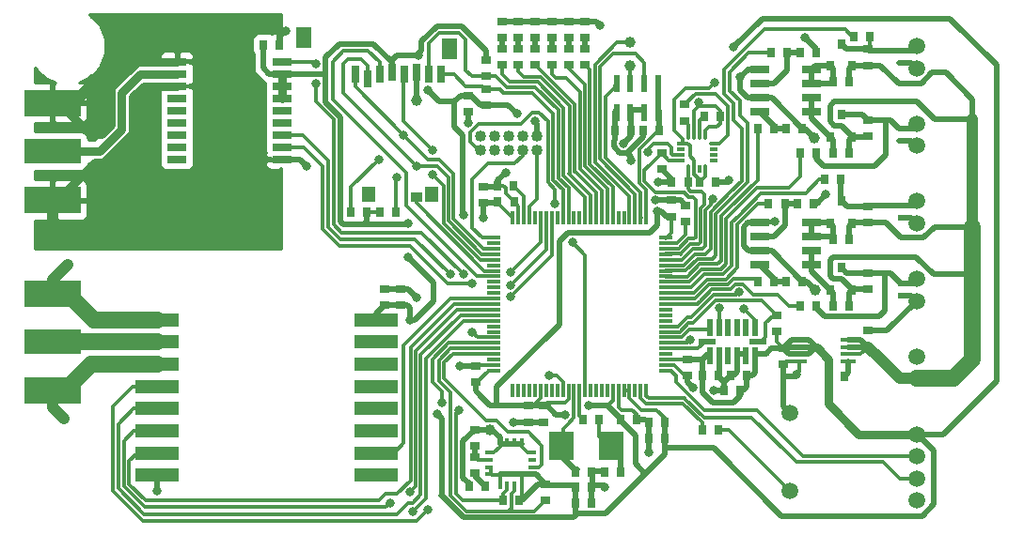
<source format=gtl>
G04 #@! TF.FileFunction,Copper,L1,Top,Signal*
%FSLAX46Y46*%
G04 Gerber Fmt 4.6, Leading zero omitted, Abs format (unit mm)*
G04 Created by KiCad (PCBNEW 0.201502231246+5447~21~ubuntu14.04.1-product) date Wed 06 May 2015 01:31:57 BST*
%MOMM*%
G01*
G04 APERTURE LIST*
%ADD10C,0.100000*%
%ADD11C,1.500000*%
%ADD12R,0.700000X0.950000*%
%ADD13R,0.950000X0.700000*%
%ADD14R,0.300000X1.200000*%
%ADD15R,1.200000X0.300000*%
%ADD16R,1.400000X0.400000*%
%ADD17R,0.550000X1.545000*%
%ADD18R,1.545000X0.550000*%
%ADD19R,0.300000X0.800000*%
%ADD20R,0.800000X0.300000*%
%ADD21R,0.600000X1.500000*%
%ADD22C,1.016000*%
%ADD23R,5.080000X2.286000*%
%ADD24R,5.080000X2.413000*%
%ADD25R,1.780000X0.720000*%
%ADD26R,0.700000X0.900000*%
%ADD27R,4.000000X1.300000*%
%ADD28R,2.300000X2.500000*%
%ADD29R,1.800000X0.700000*%
%ADD30R,1.800000X0.800000*%
%ADD31R,1.300000X1.400000*%
%ADD32R,1.000000X0.950000*%
%ADD33R,1.400000X1.900000*%
%ADD34R,0.800000X1.500000*%
%ADD35R,0.500000X0.600000*%
%ADD36C,0.800000*%
%ADD37C,1.000000*%
%ADD38C,0.300000*%
%ADD39C,0.500000*%
%ADD40C,0.800000*%
%ADD41C,1.000000*%
%ADD42C,1.500000*%
%ADD43C,0.254000*%
G04 APERTURE END LIST*
D10*
D11*
X167600000Y-85100000D03*
X167600000Y-78100000D03*
D12*
X141286400Y-59029600D03*
X142736400Y-59029600D03*
X152335400Y-78663800D03*
X153785400Y-78663800D03*
D13*
X144068800Y-77456200D03*
X144068800Y-78906200D03*
D12*
X156325400Y-80340200D03*
X154875400Y-80340200D03*
D13*
X156921200Y-60364200D03*
X156921200Y-58914200D03*
D12*
X148275000Y-83400000D03*
X149725000Y-83400000D03*
X152325000Y-83400000D03*
X150875000Y-83400000D03*
X156300000Y-78968600D03*
X154850000Y-78968600D03*
D13*
X139268200Y-75324800D03*
X139268200Y-73874800D03*
X145440400Y-77456200D03*
X145440400Y-78906200D03*
X158216600Y-60846800D03*
X158216600Y-59396800D03*
X158394400Y-73290600D03*
X158394400Y-74740600D03*
D12*
X142725000Y-57600000D03*
X141275000Y-57600000D03*
D13*
X140000000Y-59125000D03*
X140000000Y-57675000D03*
X174600000Y-72125000D03*
X174600000Y-70675000D03*
D12*
X171075000Y-74800000D03*
X172525000Y-74800000D03*
D13*
X167000000Y-72275000D03*
X167000000Y-73725000D03*
D12*
X120175000Y-44900000D03*
X121625000Y-44900000D03*
D13*
X132500000Y-68325000D03*
X132500000Y-66875000D03*
X131100000Y-68325000D03*
X131100000Y-66875000D03*
X138600000Y-49475000D03*
X138600000Y-50925000D03*
D12*
X159701400Y-74726800D03*
X161151400Y-74726800D03*
X148275000Y-84800000D03*
X149725000Y-84800000D03*
X163107200Y-76047600D03*
X161657200Y-76047600D03*
X148275000Y-86200000D03*
X149725000Y-86200000D03*
X163691400Y-74676000D03*
X162241400Y-74676000D03*
D13*
X139191000Y-79582800D03*
X139191000Y-81032800D03*
X139191000Y-83532800D03*
X139191000Y-82082800D03*
D12*
X151850300Y-52582500D03*
X153300300Y-52582500D03*
X159454400Y-57246000D03*
X160904400Y-57246000D03*
X159875000Y-51300000D03*
X161325000Y-51300000D03*
D13*
X158100000Y-50275000D03*
X158100000Y-51725000D03*
X149148000Y-44204400D03*
X149148000Y-42754400D03*
X147648000Y-44204400D03*
X147648000Y-42754400D03*
X143148000Y-44204400D03*
X143148000Y-42754400D03*
X141648000Y-44204400D03*
X141648000Y-42754400D03*
X146148000Y-44204400D03*
X146148000Y-42754400D03*
X144648000Y-44204400D03*
X144648000Y-42754400D03*
D14*
X142646400Y-76022200D03*
X143146400Y-76022200D03*
X143646400Y-76022200D03*
X144146400Y-76022200D03*
X144646400Y-76022200D03*
X145146400Y-76022200D03*
X145646400Y-76022200D03*
X146146400Y-76022200D03*
X146646400Y-76022200D03*
X147146400Y-76022200D03*
X147646400Y-76022200D03*
X148146400Y-76022200D03*
X148646400Y-76022200D03*
X149146400Y-76022200D03*
X149646400Y-76022200D03*
X150146400Y-76022200D03*
X150646400Y-76022200D03*
X151146400Y-76022200D03*
X151646400Y-76022200D03*
X152146400Y-76022200D03*
X152646400Y-76022200D03*
X153146400Y-76022200D03*
X153646400Y-76022200D03*
X154146400Y-76022200D03*
X154646400Y-76022200D03*
D15*
X156396400Y-74272200D03*
X156396400Y-73772200D03*
X156396400Y-73272200D03*
X156396400Y-72772200D03*
X156396400Y-72272200D03*
X156396400Y-71772200D03*
X156396400Y-71272200D03*
X156396400Y-70772200D03*
X156396400Y-70272200D03*
X156396400Y-69772200D03*
X156396400Y-69272200D03*
X156396400Y-68772200D03*
X156396400Y-68272200D03*
X156396400Y-67772200D03*
X156396400Y-67272200D03*
X156396400Y-66772200D03*
X156396400Y-66272200D03*
X156396400Y-65772200D03*
X156396400Y-65272200D03*
X156396400Y-64772200D03*
X156396400Y-64272200D03*
X156396400Y-63772200D03*
X156396400Y-63272200D03*
X156396400Y-62772200D03*
X156396400Y-62272200D03*
D14*
X154646400Y-60522200D03*
X154146400Y-60522200D03*
X153646400Y-60522200D03*
X153146400Y-60522200D03*
X152646400Y-60522200D03*
X152146400Y-60522200D03*
X151646400Y-60522200D03*
X151146400Y-60522200D03*
X150646400Y-60522200D03*
X150146400Y-60522200D03*
X149646400Y-60522200D03*
X149146400Y-60522200D03*
X148646400Y-60522200D03*
X148146400Y-60522200D03*
X147646400Y-60522200D03*
X147146400Y-60522200D03*
X146646400Y-60522200D03*
X146146400Y-60522200D03*
X145646400Y-60522200D03*
X145146400Y-60522200D03*
X144646400Y-60522200D03*
X144146400Y-60522200D03*
X143646400Y-60522200D03*
X143146400Y-60522200D03*
X142646400Y-60522200D03*
D15*
X140896400Y-62272200D03*
X140896400Y-62772200D03*
X140896400Y-63272200D03*
X140896400Y-63772200D03*
X140896400Y-64272200D03*
X140896400Y-64772200D03*
X140896400Y-65272200D03*
X140896400Y-65772200D03*
X140896400Y-66272200D03*
X140896400Y-66772200D03*
X140896400Y-67272200D03*
X140896400Y-67772200D03*
X140896400Y-68272200D03*
X140896400Y-68772200D03*
X140896400Y-69272200D03*
X140896400Y-69772200D03*
X140896400Y-70272200D03*
X140896400Y-70772200D03*
X140896400Y-71272200D03*
X140896400Y-71772200D03*
X140896400Y-72272200D03*
X140896400Y-72772200D03*
X140896400Y-73272200D03*
X140896400Y-73772200D03*
X140896400Y-74272200D03*
D16*
X168450000Y-71490000D03*
X168450000Y-72140000D03*
X168450000Y-72790000D03*
X168450000Y-73440000D03*
X172850000Y-73440000D03*
X172850000Y-72790000D03*
X172850000Y-72140000D03*
X172850000Y-71490000D03*
D17*
X160421800Y-72956400D03*
X161221800Y-72956400D03*
X162021800Y-72956400D03*
X162821800Y-72956400D03*
X163621800Y-72956400D03*
X164421800Y-72956400D03*
X164421800Y-70361400D03*
X163621800Y-70361400D03*
X162821800Y-70361400D03*
X162021800Y-70361400D03*
X161221800Y-70361400D03*
X160421800Y-70361400D03*
D18*
X160124300Y-71656400D03*
X164719300Y-71656400D03*
D19*
X141466000Y-84607800D03*
X142116000Y-84607800D03*
X142766000Y-84607800D03*
X143416000Y-84607800D03*
D20*
X144391000Y-83632800D03*
X144391000Y-82982800D03*
X144391000Y-82332800D03*
X144391000Y-81682800D03*
D19*
X143416000Y-80707800D03*
X142766000Y-80707800D03*
X142116000Y-80707800D03*
X141466000Y-80707800D03*
D20*
X140491000Y-81682800D03*
X140491000Y-82332800D03*
X140491000Y-82982800D03*
X140491000Y-83632800D03*
D21*
X151975300Y-50982500D03*
X153225300Y-50982500D03*
X154475300Y-50982500D03*
X154475300Y-48382500D03*
X153225300Y-48382500D03*
X151975300Y-48382500D03*
X155725300Y-50982500D03*
X155725300Y-48382500D03*
D19*
X158479400Y-56046000D03*
X158979400Y-56046000D03*
X159479400Y-56046000D03*
X159979400Y-56046000D03*
D20*
X160729400Y-55296000D03*
X160729400Y-54796000D03*
X160729400Y-54296000D03*
X160729400Y-53796000D03*
D19*
X159979400Y-53046000D03*
X159479400Y-53046000D03*
X158979400Y-53046000D03*
X158479400Y-53046000D03*
D20*
X157729400Y-53796000D03*
X157729400Y-54296000D03*
X157729400Y-54796000D03*
X157729400Y-55296000D03*
D11*
X179000000Y-73000000D03*
X179000000Y-75000000D03*
X179000000Y-80000000D03*
X179000000Y-82000000D03*
X179000000Y-84000000D03*
X179000000Y-86000000D03*
D22*
X144800000Y-53130000D03*
X144800000Y-54400000D03*
X143530000Y-53130000D03*
X143530000Y-54400000D03*
X142260000Y-53130000D03*
X142260000Y-54400000D03*
X140990000Y-53130000D03*
X140990000Y-54400000D03*
X139720000Y-53130000D03*
X139720000Y-54400000D03*
D23*
X101200000Y-54500000D03*
D24*
X101200000Y-58881500D03*
X101200000Y-50118500D03*
D23*
X101200000Y-71700000D03*
D24*
X101200000Y-76081500D03*
X101200000Y-67318500D03*
D11*
X179000000Y-66000000D03*
X179000000Y-68000000D03*
X179000000Y-59000000D03*
X179000000Y-61000000D03*
X179000000Y-52000000D03*
X179000000Y-54000000D03*
X179000000Y-45000000D03*
X179000000Y-47000000D03*
D25*
X164860000Y-60895000D03*
X164860000Y-62165000D03*
X164860000Y-63435000D03*
X164860000Y-64705000D03*
X169540000Y-64705000D03*
X169540000Y-63435000D03*
X169540000Y-62165000D03*
X169540000Y-60895000D03*
D26*
X172200000Y-65000000D03*
X171250000Y-67000000D03*
X173150000Y-67000000D03*
X172200000Y-51200000D03*
X171250000Y-53200000D03*
X173150000Y-53200000D03*
D25*
X164860000Y-47095000D03*
X164860000Y-48365000D03*
X164860000Y-49635000D03*
X164860000Y-50905000D03*
X169540000Y-50905000D03*
X169540000Y-49635000D03*
X169540000Y-48365000D03*
X169540000Y-47095000D03*
D26*
X172200000Y-59000000D03*
X171250000Y-61000000D03*
X173150000Y-61000000D03*
X172200000Y-44800000D03*
X171250000Y-46800000D03*
X173150000Y-46800000D03*
D12*
X148982600Y-78689200D03*
X150432600Y-78689200D03*
D13*
X140200000Y-46275000D03*
X140200000Y-47725000D03*
X140200000Y-50325000D03*
X140200000Y-48875000D03*
D12*
X129525000Y-60000000D03*
X128075000Y-60000000D03*
X130675000Y-60000000D03*
X132125000Y-60000000D03*
X164675000Y-66200000D03*
X166125000Y-66200000D03*
X164675000Y-52400000D03*
X166125000Y-52400000D03*
X168725000Y-66200000D03*
X167275000Y-66200000D03*
X168725000Y-52400000D03*
X167275000Y-52400000D03*
X171475000Y-68400000D03*
X172925000Y-68400000D03*
X171475000Y-54600000D03*
X172925000Y-54600000D03*
D13*
X174600000Y-65475000D03*
X174600000Y-66925000D03*
X174600000Y-51675000D03*
X174600000Y-53125000D03*
D12*
X169925000Y-68400000D03*
X168475000Y-68400000D03*
X169925000Y-54600000D03*
X168475000Y-54600000D03*
X165675000Y-59200000D03*
X167125000Y-59200000D03*
X165875000Y-45600000D03*
X167325000Y-45600000D03*
X169725000Y-59200000D03*
X168275000Y-59200000D03*
X169925000Y-45600000D03*
X168475000Y-45600000D03*
X171475000Y-62400000D03*
X172925000Y-62400000D03*
X171475000Y-48200000D03*
X172925000Y-48200000D03*
D13*
X174600000Y-59475000D03*
X174600000Y-60925000D03*
X174600000Y-45275000D03*
X174600000Y-46725000D03*
D12*
X172125000Y-57000000D03*
X170675000Y-57000000D03*
X174791200Y-44119800D03*
X173341200Y-44119800D03*
D13*
X149148000Y-46704400D03*
X149148000Y-45254400D03*
X147648000Y-46704400D03*
X147648000Y-45254400D03*
X143148000Y-46704400D03*
X143148000Y-45254400D03*
X141648000Y-46704400D03*
X141648000Y-45254400D03*
X146148000Y-46704400D03*
X146148000Y-45254400D03*
X144648000Y-46704400D03*
X144648000Y-45254400D03*
D12*
X141766000Y-85982800D03*
X143216000Y-85982800D03*
D13*
X145567400Y-85967400D03*
X145567400Y-84517400D03*
X166420800Y-70727400D03*
X166420800Y-69277400D03*
D12*
X140128500Y-84695300D03*
X138678500Y-84695300D03*
X158404400Y-57246000D03*
X156954400Y-57246000D03*
X154350300Y-52582500D03*
X155800300Y-52582500D03*
D13*
X156029400Y-54621000D03*
X156029400Y-56071000D03*
D27*
X130300000Y-69700000D03*
X130300000Y-71700000D03*
X130300000Y-73700000D03*
X130300000Y-75700000D03*
X130300000Y-77700000D03*
X130300000Y-79700000D03*
X130300000Y-81700000D03*
X130300000Y-83700000D03*
X110600000Y-69700000D03*
X110600000Y-71700000D03*
X110600000Y-73700000D03*
X110600000Y-75700000D03*
X110600000Y-77700000D03*
X110600000Y-79700000D03*
X110600000Y-81700000D03*
X110600000Y-83700000D03*
D28*
X146993000Y-81051400D03*
X151493000Y-81051400D03*
D29*
X112400000Y-46400000D03*
D30*
X112400000Y-47500000D03*
X112400000Y-48600000D03*
X112400000Y-49700000D03*
X112400000Y-50800000D03*
X112400000Y-51900000D03*
X112400000Y-53000000D03*
X112400000Y-54100000D03*
D29*
X112400000Y-55200000D03*
X121900000Y-46400000D03*
X121900000Y-55200000D03*
D30*
X121900000Y-47500000D03*
X121900000Y-48600000D03*
X121900000Y-49700000D03*
X121900000Y-50800000D03*
X121900000Y-51900000D03*
X121900000Y-53000000D03*
X121900000Y-54100000D03*
D31*
X135350000Y-58400000D03*
D32*
X133960000Y-58625000D03*
D31*
X129650000Y-58400000D03*
D33*
X136950000Y-45250000D03*
X123800000Y-44250000D03*
D34*
X136160000Y-47540000D03*
X135060000Y-47540000D03*
X133960000Y-47340000D03*
X132860000Y-47540000D03*
X131760000Y-47340000D03*
X130660000Y-47540000D03*
X129560000Y-47940000D03*
X128460000Y-47540000D03*
D35*
X177600000Y-66400000D03*
X177600000Y-67500000D03*
X177600000Y-59400000D03*
X177600000Y-60500000D03*
X177600000Y-52400000D03*
X177600000Y-53500000D03*
X177600000Y-45400000D03*
X177600000Y-46500000D03*
D12*
X161125000Y-79600000D03*
X159675000Y-79600000D03*
D36*
X162500000Y-45100000D03*
X160800000Y-48300000D03*
X134150000Y-45800000D03*
X135000000Y-49000000D03*
X138200000Y-60200000D03*
X140000000Y-60500000D03*
X143000000Y-51100000D03*
X144600000Y-51800000D03*
X133200000Y-61000000D03*
X133200000Y-64000000D03*
X133400000Y-69700000D03*
X135800000Y-78200000D03*
X155727400Y-57226200D03*
X153314400Y-55346600D03*
X147320000Y-78257400D03*
X149453600Y-77419200D03*
X155651200Y-59893200D03*
X107000000Y-43000000D03*
X109000000Y-43000000D03*
X111000000Y-43000000D03*
X113000000Y-43000000D03*
X115000000Y-43000000D03*
X117000000Y-43000000D03*
X119000000Y-43000000D03*
X107000000Y-45000000D03*
X121000000Y-43000000D03*
X110000000Y-51000000D03*
X110000000Y-53000000D03*
X109000000Y-55000000D03*
X121000000Y-59000000D03*
X121000000Y-57000000D03*
X119000000Y-57000000D03*
X105000000Y-59000000D03*
X107000000Y-59000000D03*
X109000000Y-59000000D03*
X111000000Y-59000000D03*
X113000000Y-59000000D03*
X115000000Y-59000000D03*
X117000000Y-59000000D03*
X119000000Y-59000000D03*
X119000000Y-51000000D03*
X119000000Y-53000000D03*
X119000000Y-55000000D03*
X119000000Y-49000000D03*
X117000000Y-49000000D03*
X117000000Y-51000000D03*
X117000000Y-53000000D03*
X117000000Y-55000000D03*
X117000000Y-57000000D03*
X105000000Y-57000000D03*
X107000000Y-57000000D03*
X109000000Y-57000000D03*
X111000000Y-57000000D03*
X113000000Y-57000000D03*
X115000000Y-57000000D03*
X115000000Y-55000000D03*
X115000000Y-53000000D03*
X115000000Y-51000000D03*
X115000000Y-49000000D03*
X113000000Y-45000000D03*
X111000000Y-45000000D03*
X109000000Y-45000000D03*
X115000000Y-45000000D03*
X117000000Y-47000000D03*
X117000000Y-45000000D03*
X115000000Y-47000000D03*
X106250000Y-46550000D03*
X105000000Y-48200000D03*
X102200000Y-78600000D03*
X102600000Y-64700000D03*
X102000000Y-61500000D03*
X155500000Y-58900000D03*
X138600000Y-51900000D03*
X124100000Y-55800000D03*
X150500000Y-43100000D03*
X162100000Y-57100000D03*
X139000000Y-70800000D03*
X159400000Y-50100000D03*
X168200000Y-74600000D03*
X122200000Y-43600000D03*
X134000000Y-67700000D03*
X110600000Y-85100000D03*
X142000000Y-56400000D03*
X170800000Y-58400000D03*
X152603200Y-53797200D03*
X158826200Y-75768200D03*
X163068000Y-47802800D03*
D37*
X140603500Y-79595300D03*
X133971000Y-49921000D03*
X169900000Y-67000000D03*
X169750000Y-53250000D03*
D36*
X166243000Y-60858400D03*
X160731200Y-76073000D03*
X145897600Y-74701400D03*
X154863800Y-81610200D03*
X142722600Y-78917800D03*
X150901400Y-84759800D03*
X137845800Y-73837800D03*
X168910000Y-44246800D03*
X146400000Y-59200000D03*
X148000000Y-62700000D03*
X158623000Y-71501000D03*
X161213800Y-68630800D03*
X163423600Y-68681600D03*
X163042600Y-67183000D03*
X154787600Y-54559200D03*
X160604200Y-58801000D03*
D37*
X153175300Y-44682500D03*
X153175300Y-46782500D03*
D36*
X137000000Y-65600000D03*
X142400000Y-67600000D03*
X139000000Y-66400000D03*
X142400000Y-66600000D03*
X138200000Y-65600000D03*
X142400000Y-65400000D03*
X124900000Y-46600000D03*
X124900000Y-48400000D03*
X132800000Y-53000000D03*
X130600000Y-55200000D03*
X134000000Y-55800000D03*
X132200000Y-56800000D03*
X135400000Y-54400000D03*
X135400000Y-56600000D03*
X135000000Y-86800000D03*
X133400000Y-85200000D03*
X131600000Y-86200000D03*
X133600000Y-87000000D03*
X136245600Y-77139800D03*
X137820400Y-77825600D03*
D38*
X161125000Y-79600000D02*
X162100000Y-79600000D01*
X162100000Y-79600000D02*
X167600000Y-85100000D01*
D39*
X141200000Y-77456200D02*
X141200000Y-75700000D01*
X155651200Y-61148800D02*
X155651200Y-59893200D01*
X155000000Y-61800000D02*
X155651200Y-61148800D01*
X147600000Y-61800000D02*
X155000000Y-61800000D01*
X146800000Y-62600000D02*
X147600000Y-61800000D01*
X146800000Y-70100000D02*
X146800000Y-62600000D01*
X141200000Y-75700000D02*
X146800000Y-70100000D01*
D38*
X157954400Y-53796000D02*
X157954400Y-53354400D01*
D39*
X165100000Y-42500000D02*
X162500000Y-45100000D01*
X181400000Y-80000000D02*
X179000000Y-80000000D01*
X182000000Y-42500000D02*
X167700000Y-42500000D01*
X186200000Y-46700000D02*
X182000000Y-42500000D01*
X186200000Y-75200000D02*
X186200000Y-46700000D01*
X181400000Y-80000000D02*
X186200000Y-75200000D01*
X167700000Y-42500000D02*
X165100000Y-42500000D01*
D38*
X160300000Y-48800000D02*
X160800000Y-48300000D01*
X158200000Y-48800000D02*
X160300000Y-48800000D01*
X157200000Y-49800000D02*
X158200000Y-48800000D01*
X157200000Y-52600000D02*
X157200000Y-49800000D01*
X157954400Y-53354400D02*
X157200000Y-52600000D01*
D39*
X137400000Y-50000000D02*
X136000000Y-50000000D01*
X135000000Y-49000000D02*
X136000000Y-50000000D01*
X140000000Y-59125000D02*
X140000000Y-60500000D01*
X137925000Y-49475000D02*
X138600000Y-49475000D01*
X137400000Y-50000000D02*
X137925000Y-49475000D01*
X137400000Y-52300000D02*
X137400000Y-50000000D01*
X138100000Y-53000000D02*
X137400000Y-52300000D01*
X138100000Y-60100000D02*
X138100000Y-53000000D01*
X138200000Y-60200000D02*
X138100000Y-60100000D01*
X143000000Y-51100000D02*
X142225000Y-50325000D01*
X142225000Y-50325000D02*
X140200000Y-50325000D01*
X144800000Y-53130000D02*
X144800000Y-52000000D01*
X144800000Y-52000000D02*
X144600000Y-51800000D01*
X133400000Y-69700000D02*
X133800000Y-69700000D01*
X133100000Y-61100000D02*
X129200000Y-61100000D01*
X133200000Y-61000000D02*
X133100000Y-61100000D01*
X135500000Y-66300000D02*
X133200000Y-64000000D01*
X135500000Y-68000000D02*
X135500000Y-66300000D01*
X133800000Y-69700000D02*
X135500000Y-68000000D01*
X121900000Y-47500000D02*
X125800000Y-47500000D01*
X129525000Y-60000000D02*
X129525000Y-60775000D01*
X129525000Y-60775000D02*
X129200000Y-61100000D01*
X129200000Y-61100000D02*
X127400000Y-61100000D01*
X125800000Y-50100000D02*
X125800000Y-47500000D01*
X127100000Y-51400000D02*
X125800000Y-50100000D01*
X127100000Y-60800000D02*
X127100000Y-51400000D01*
X127400000Y-61100000D02*
X127100000Y-60800000D01*
X130100000Y-44800000D02*
X131760000Y-46460000D01*
X125800000Y-47500000D02*
X125800000Y-46000000D01*
X125800000Y-46000000D02*
X127000000Y-44800000D01*
X127000000Y-44800000D02*
X130100000Y-44800000D01*
X120175000Y-44900000D02*
X120175000Y-46975000D01*
X120700000Y-47500000D02*
X121900000Y-47500000D01*
X120175000Y-46975000D02*
X120700000Y-47500000D01*
D40*
X121900000Y-47500000D02*
X121900000Y-48600000D01*
X121900000Y-48600000D02*
X121900000Y-49700000D01*
D39*
X136223800Y-85576200D02*
X136223800Y-78623800D01*
X133125000Y-68325000D02*
X132500000Y-68325000D01*
X133400000Y-68600000D02*
X133125000Y-68325000D01*
X133400000Y-69700000D02*
X133400000Y-68600000D01*
X136223800Y-78623800D02*
X135800000Y-78200000D01*
X132500000Y-68325000D02*
X131100000Y-68325000D01*
X131100000Y-68325000D02*
X130300000Y-69125000D01*
X130300000Y-69125000D02*
X130300000Y-69700000D01*
D38*
X129525000Y-60000000D02*
X130675000Y-60000000D01*
D39*
X138600000Y-49475000D02*
X138875000Y-49475000D01*
X138875000Y-49475000D02*
X139725000Y-50325000D01*
X139725000Y-50325000D02*
X140200000Y-50325000D01*
X131760000Y-47340000D02*
X131760000Y-46460000D01*
X131760000Y-46460000D02*
X131760000Y-46240000D01*
X132200000Y-45800000D02*
X134150000Y-45800000D01*
X131760000Y-46240000D02*
X132200000Y-45800000D01*
X134150000Y-45800000D02*
X134000000Y-45800000D01*
X140200000Y-45400000D02*
X140200000Y-46275000D01*
X138000000Y-43200000D02*
X140200000Y-45400000D01*
X135800000Y-43200000D02*
X138000000Y-43200000D01*
X134400000Y-44600000D02*
X135800000Y-43200000D01*
X134400000Y-45400000D02*
X134400000Y-44600000D01*
X134000000Y-45800000D02*
X134400000Y-45400000D01*
D38*
X138600000Y-49475000D02*
X138675000Y-49475000D01*
X141286400Y-59029600D02*
X141286400Y-59162200D01*
X141286400Y-59162200D02*
X142646400Y-60522200D01*
D39*
X140000000Y-59125000D02*
X141191000Y-59125000D01*
X141191000Y-59125000D02*
X141286400Y-59029600D01*
X148271400Y-85979000D02*
X148271400Y-87339000D01*
X148271400Y-87339000D02*
X148082000Y-87528400D01*
X144830800Y-87528400D02*
X148082000Y-87528400D01*
X144830800Y-87528400D02*
X138176000Y-87528400D01*
X136194800Y-85547200D02*
X136223800Y-85576200D01*
X136223800Y-85576200D02*
X138176000Y-87528400D01*
X148082000Y-87528400D02*
X148463000Y-87147400D01*
X150991400Y-87147400D02*
X154578600Y-83560200D01*
X148463000Y-87147400D02*
X150991400Y-87147400D01*
D38*
X156921200Y-60364200D02*
X156921200Y-61797398D01*
X156921200Y-61797398D02*
X156396400Y-62322198D01*
X156396400Y-62322198D02*
X156396400Y-62272200D01*
X156396400Y-73272200D02*
X158376000Y-73272200D01*
X158376000Y-73272200D02*
X158394400Y-73290600D01*
X152646400Y-76022200D02*
X153146400Y-76022200D01*
X153146400Y-76022200D02*
X153146400Y-76746400D01*
X153146400Y-76746400D02*
X154200000Y-77800000D01*
X154200000Y-77800000D02*
X155600000Y-77800000D01*
X155600000Y-77800000D02*
X156300000Y-78500000D01*
X156300000Y-78500000D02*
X156300000Y-78968600D01*
D39*
X160705800Y-81254600D02*
X156325400Y-81254600D01*
X156325400Y-81254600D02*
X156400000Y-81329200D01*
X180568600Y-81483200D02*
X180568600Y-86334600D01*
X180568600Y-86334600D02*
X179501800Y-87401400D01*
X179501800Y-87401400D02*
X166852600Y-87401400D01*
X160794700Y-81343500D02*
X160705800Y-81254600D01*
X166852600Y-87401400D02*
X160794700Y-81343500D01*
X179085400Y-80000000D02*
X180568600Y-81483200D01*
X156325400Y-80340200D02*
X156325400Y-81400000D01*
X156325400Y-81400000D02*
X156325400Y-81813400D01*
X156325400Y-81813400D02*
X154578600Y-83560200D01*
D38*
X151646400Y-76022200D02*
X151646400Y-76953600D01*
X151646400Y-76953600D02*
X151180800Y-77419200D01*
D40*
X171075000Y-74800000D02*
X171075000Y-77275000D01*
X171075000Y-77275000D02*
X173800000Y-80000000D01*
X173800000Y-80000000D02*
X179000000Y-80000000D01*
D39*
X168450000Y-72790000D02*
X169290000Y-72790000D01*
X169290000Y-72790000D02*
X169940000Y-72140000D01*
X168450000Y-72140000D02*
X169940000Y-72140000D01*
X169940000Y-72140000D02*
X170000000Y-72200000D01*
X168450000Y-71490000D02*
X169290000Y-71490000D01*
X169290000Y-71490000D02*
X170000000Y-72200000D01*
D40*
X171075000Y-73275000D02*
X170000000Y-72200000D01*
X171075000Y-73275000D02*
X171075000Y-74800000D01*
D39*
X167000000Y-72275000D02*
X165925000Y-72275000D01*
X165443600Y-72756400D02*
X164421800Y-72756400D01*
X165925000Y-72275000D02*
X165443600Y-72756400D01*
D38*
X166420800Y-70727400D02*
X166420800Y-71695800D01*
X166420800Y-71695800D02*
X167000000Y-72275000D01*
D39*
X168450000Y-72790000D02*
X167515000Y-72790000D01*
X167515000Y-72790000D02*
X167000000Y-72275000D01*
X168450000Y-72140000D02*
X167135000Y-72140000D01*
X167135000Y-72140000D02*
X167000000Y-72275000D01*
X168450000Y-71490000D02*
X167785000Y-71490000D01*
X167785000Y-71490000D02*
X167000000Y-72275000D01*
D38*
X156726600Y-62272200D02*
X156396400Y-62272200D01*
X140896400Y-74272200D02*
X140484800Y-74272200D01*
X140484800Y-74272200D02*
X139432200Y-75324800D01*
X139432200Y-75324800D02*
X139268200Y-75324800D01*
D39*
X148271400Y-85979000D02*
X148271400Y-84607400D01*
X156300000Y-78968600D02*
X156300000Y-80314800D01*
X156300000Y-80314800D02*
X156325400Y-80340200D01*
D38*
X142646400Y-60522200D02*
X142646400Y-60274200D01*
D39*
X154350300Y-52582500D02*
X154350300Y-53193100D01*
X154350300Y-53193100D02*
X152933400Y-54610000D01*
X151850300Y-53432500D02*
X151850300Y-52582500D01*
X151739600Y-53543200D02*
X151850300Y-53432500D01*
X151739600Y-54076600D02*
X151739600Y-53543200D01*
X152933400Y-54610000D02*
X152273000Y-54610000D01*
X152273000Y-54610000D02*
X151739600Y-54076600D01*
X151850300Y-50907500D02*
X151975300Y-50782500D01*
X151850300Y-52582500D02*
X151850300Y-50907500D01*
X159701400Y-74726800D02*
X159701400Y-73292800D01*
X159701400Y-73292800D02*
X159703600Y-73290600D01*
D38*
X160421800Y-72756400D02*
X160237800Y-72756400D01*
D39*
X160237800Y-72756400D02*
X159703600Y-73290600D01*
X159703600Y-73290600D02*
X158394400Y-73290600D01*
D38*
X158350600Y-73246800D02*
X158394400Y-73290600D01*
D39*
X160344800Y-72833400D02*
X160421800Y-72756400D01*
D38*
X179000000Y-80000000D02*
X178750000Y-80000000D01*
X143398500Y-83665300D02*
X143398500Y-83632800D01*
X143398500Y-83650300D02*
X143398500Y-83665300D01*
X143416000Y-83632800D02*
X143398500Y-83650300D01*
X143416000Y-84407800D02*
X143416000Y-83632800D01*
D39*
X143398500Y-83632800D02*
X141478500Y-83632800D01*
D38*
X141466000Y-83645300D02*
X140703500Y-83645300D01*
X140703500Y-83645300D02*
X140691000Y-83632800D01*
X140691000Y-82982800D02*
X140691000Y-83632800D01*
X141466000Y-84407800D02*
X141466000Y-83645300D01*
X141466000Y-83645300D02*
X141478500Y-83632800D01*
D39*
X144191000Y-83632800D02*
X143398500Y-83632800D01*
D38*
X159979400Y-55821000D02*
X159979400Y-56721000D01*
X158979400Y-55821000D02*
X158979400Y-56546000D01*
X158979400Y-55821000D02*
X158979400Y-55296000D01*
X157954400Y-53796000D02*
X158379400Y-53796000D01*
X158579400Y-54896000D02*
X158979400Y-55296000D01*
X158579400Y-53996000D02*
X158579400Y-54896000D01*
X158379400Y-53796000D02*
X158579400Y-53996000D01*
D39*
X160361800Y-72816400D02*
X160356400Y-72821800D01*
X159701400Y-76211600D02*
X160629600Y-77139800D01*
X160629600Y-77139800D02*
X162534600Y-77139800D01*
X162534600Y-77139800D02*
X163107200Y-76567200D01*
X159701400Y-74726800D02*
X159701400Y-76211600D01*
X163347400Y-76047600D02*
X163691400Y-75703600D01*
X163107200Y-76047600D02*
X163347400Y-76047600D01*
X163107200Y-76567200D02*
X163107200Y-76047600D01*
X163691400Y-75703600D02*
X163691400Y-74676000D01*
D38*
X159979400Y-56721000D02*
X159454400Y-57246000D01*
X158979400Y-56546000D02*
X159454400Y-57021000D01*
X159454400Y-57021000D02*
X159454400Y-57246000D01*
D39*
X143228500Y-85995300D02*
X143216000Y-85982800D01*
X166400000Y-70748200D02*
X166420800Y-70727400D01*
X156954400Y-57246000D02*
X156954400Y-56996000D01*
X156954400Y-56996000D02*
X156029400Y-56071000D01*
X164421800Y-74378800D02*
X164421800Y-72756400D01*
X163691400Y-74676000D02*
X164211000Y-74676000D01*
X164211000Y-74676000D02*
X164421800Y-74465200D01*
X164421800Y-74465200D02*
X164421800Y-74378800D01*
X155747200Y-57246000D02*
X155727400Y-57226200D01*
X156954400Y-57246000D02*
X155747200Y-57246000D01*
X153314400Y-55346600D02*
X153289000Y-55346600D01*
X153314400Y-54991000D02*
X152933400Y-54610000D01*
X153314400Y-55346600D02*
X153314400Y-54991000D01*
X179000000Y-80000000D02*
X179085400Y-80000000D01*
X153670000Y-82651600D02*
X154578600Y-83560200D01*
X152335400Y-78751600D02*
X153670000Y-80086200D01*
X153670000Y-80086200D02*
X153670000Y-82651600D01*
X152335400Y-78663800D02*
X152335400Y-78751600D01*
X151180800Y-77419200D02*
X149453600Y-77419200D01*
X147320000Y-78257400D02*
X147320000Y-78232000D01*
X152335400Y-78573800D02*
X151180800Y-77419200D01*
X152335400Y-78663800D02*
X152335400Y-78573800D01*
D38*
X145731400Y-77165200D02*
X145440400Y-77456200D01*
D39*
X145731400Y-77456200D02*
X145440400Y-77456200D01*
X146532600Y-78257400D02*
X145731400Y-77456200D01*
X147320000Y-78257400D02*
X146532600Y-78257400D01*
X145440400Y-77456200D02*
X144068800Y-77456200D01*
D38*
X144463600Y-77456200D02*
X144068800Y-77456200D01*
X145146400Y-76773400D02*
X144463600Y-77456200D01*
X145146400Y-76022200D02*
X145146400Y-76773400D01*
X147345400Y-77165200D02*
X145731400Y-77165200D01*
X147646400Y-76864200D02*
X147345400Y-77165200D01*
X147646400Y-76022200D02*
X147646400Y-76864200D01*
D39*
X140651400Y-77456200D02*
X140600600Y-77405400D01*
X139268200Y-76073000D02*
X139268200Y-75324800D01*
X139268200Y-76073000D02*
X139738100Y-76542900D01*
X139738100Y-76542900D02*
X140600600Y-77405400D01*
X144068800Y-77456200D02*
X141200000Y-77456200D01*
X141200000Y-77456200D02*
X140651400Y-77456200D01*
X144920800Y-84517400D02*
X145567400Y-84517400D01*
X143455400Y-85982800D02*
X144920800Y-84517400D01*
X143216000Y-85982800D02*
X143455400Y-85982800D01*
X145657400Y-84607400D02*
X145567400Y-84517400D01*
X148271400Y-84607400D02*
X145657400Y-84607400D01*
X144682800Y-83632800D02*
X145567400Y-84517400D01*
X144191000Y-83632800D02*
X144682800Y-83632800D01*
D38*
X143416000Y-85782800D02*
X143216000Y-85982800D01*
X143416000Y-84407800D02*
X143416000Y-85782800D01*
D39*
X156006800Y-59893200D02*
X155651200Y-59893200D01*
X156477800Y-60364200D02*
X156006800Y-59893200D01*
X156921200Y-60364200D02*
X156477800Y-60364200D01*
X156921200Y-60364200D02*
X156501000Y-60364200D01*
X121000000Y-43000000D02*
X119000000Y-43000000D01*
X107000000Y-43000000D02*
X109000000Y-43000000D01*
X111000000Y-43000000D02*
X113000000Y-43000000D01*
X115000000Y-43000000D02*
X117000000Y-43000000D01*
X109000000Y-57000000D02*
X109000000Y-55000000D01*
X110000000Y-53000000D02*
X110000000Y-51000000D01*
X121000000Y-57000000D02*
X121000000Y-59000000D01*
X119000000Y-55000000D02*
X119000000Y-57000000D01*
X107000000Y-59000000D02*
X105000000Y-59000000D01*
X111000000Y-59000000D02*
X109000000Y-59000000D01*
X115000000Y-59000000D02*
X113000000Y-59000000D01*
X119000000Y-59000000D02*
X117000000Y-59000000D01*
X119000000Y-53000000D02*
X119000000Y-51000000D01*
X119000000Y-49000000D02*
X117000000Y-49000000D01*
X115000000Y-57000000D02*
X117000000Y-57000000D01*
X117000000Y-51000000D02*
X117000000Y-49000000D01*
X117000000Y-55000000D02*
X117000000Y-53000000D01*
X115000000Y-47000000D02*
X115000000Y-49000000D01*
X109000000Y-57000000D02*
X107000000Y-57000000D01*
X113000000Y-57000000D02*
X111000000Y-57000000D01*
X115000000Y-55000000D02*
X115000000Y-57000000D01*
X115000000Y-51000000D02*
X115000000Y-53000000D01*
X113000000Y-45000000D02*
X115000000Y-45000000D01*
X109000000Y-45000000D02*
X111000000Y-45000000D01*
X117000000Y-45000000D02*
X117000000Y-47000000D01*
X115000000Y-47000000D02*
X115000000Y-45000000D01*
X105000000Y-48200000D02*
X106000000Y-47200000D01*
D41*
X103081500Y-50118500D02*
X105000000Y-48200000D01*
D39*
X106000000Y-46800000D02*
X106250000Y-46550000D01*
X106000000Y-47200000D02*
X106000000Y-46800000D01*
D41*
X101200000Y-76081500D02*
X101200000Y-77600000D01*
X101200000Y-77600000D02*
X102200000Y-78600000D01*
X101200000Y-67318500D02*
X101200000Y-66100000D01*
X101200000Y-66100000D02*
X102600000Y-64700000D01*
X101200000Y-50118500D02*
X103081500Y-50118500D01*
X101200000Y-58881500D02*
X101200000Y-60700000D01*
X101200000Y-60700000D02*
X102000000Y-61500000D01*
D39*
X155514200Y-58914200D02*
X155500000Y-58900000D01*
X155514200Y-58914200D02*
X156921200Y-58914200D01*
X138600000Y-50925000D02*
X138600000Y-51900000D01*
X121900000Y-55200000D02*
X123500000Y-55200000D01*
X123500000Y-55200000D02*
X124100000Y-55800000D01*
X149148000Y-42754400D02*
X150154400Y-42754400D01*
X150154400Y-42754400D02*
X150500000Y-43100000D01*
X160904400Y-57246000D02*
X161954000Y-57246000D01*
X161954000Y-57246000D02*
X162100000Y-57100000D01*
X174600000Y-70675000D02*
X176325000Y-70675000D01*
X176325000Y-70675000D02*
X179000000Y-68000000D01*
D38*
X140896400Y-71272200D02*
X139472200Y-71272200D01*
X139472200Y-71272200D02*
X139000000Y-70800000D01*
X159400000Y-50400000D02*
X159400000Y-50100000D01*
X158979400Y-53271000D02*
X158979400Y-50820600D01*
X160900000Y-50400000D02*
X161325000Y-50825000D01*
X159400000Y-50400000D02*
X160900000Y-50400000D01*
X158979400Y-50820600D02*
X159400000Y-50400000D01*
X161325000Y-50825000D02*
X161325000Y-51300000D01*
X159979400Y-53271000D02*
X159979400Y-52620600D01*
X161325000Y-51975000D02*
X161325000Y-51300000D01*
X161000000Y-52300000D02*
X161325000Y-51975000D01*
X160300000Y-52300000D02*
X161000000Y-52300000D01*
X159979400Y-52620600D02*
X160300000Y-52300000D01*
X168450000Y-73440000D02*
X168450000Y-74350000D01*
D39*
X168000000Y-74800000D02*
X167000000Y-74800000D01*
X168000000Y-74800000D02*
X168200000Y-74600000D01*
D38*
X168450000Y-74350000D02*
X168200000Y-74600000D01*
X168450000Y-73440000D02*
X167285000Y-73440000D01*
X167285000Y-73440000D02*
X167000000Y-73725000D01*
D40*
X112400000Y-46400000D02*
X108800000Y-46400000D01*
X104628247Y-52928247D02*
X101818500Y-50118500D01*
X105628247Y-52928247D02*
X104628247Y-52928247D01*
X106449998Y-52106496D02*
X105628247Y-52928247D01*
X106449998Y-48750002D02*
X106449998Y-52106496D01*
X108800000Y-46400000D02*
X106449998Y-48750002D01*
X101818500Y-50118500D02*
X101200000Y-50118500D01*
X112400000Y-48600000D02*
X109400000Y-48600000D01*
X105000000Y-55500000D02*
X101618500Y-58881500D01*
X105800000Y-55500000D02*
X105000000Y-55500000D01*
X108400000Y-52900000D02*
X105800000Y-55500000D01*
X108400000Y-49600000D02*
X108400000Y-52900000D01*
X109400000Y-48600000D02*
X108400000Y-49600000D01*
X101618500Y-58881500D02*
X101200000Y-58881500D01*
D39*
X121625000Y-44900000D02*
X121625000Y-44175000D01*
X121625000Y-44175000D02*
X122200000Y-43600000D01*
D42*
X110600000Y-73700000D02*
X104700000Y-73700000D01*
X104700000Y-73700000D02*
X102318500Y-76081500D01*
X102318500Y-76081500D02*
X101200000Y-76081500D01*
X110600000Y-69700000D02*
X104900000Y-69700000D01*
X104900000Y-69700000D02*
X102518500Y-67318500D01*
X102518500Y-67318500D02*
X101200000Y-67318500D01*
D39*
X132500000Y-66875000D02*
X133175000Y-66875000D01*
X133175000Y-66875000D02*
X134000000Y-67700000D01*
X131100000Y-66875000D02*
X132500000Y-66875000D01*
X110600000Y-83700000D02*
X110600000Y-85100000D01*
X141275000Y-57600000D02*
X141275000Y-57125000D01*
X141275000Y-57125000D02*
X142000000Y-56400000D01*
D38*
X141275000Y-57600000D02*
X141800000Y-57600000D01*
X142000000Y-58293200D02*
X142736400Y-59029600D01*
X142000000Y-57800000D02*
X142000000Y-58293200D01*
X141800000Y-57600000D02*
X142000000Y-57800000D01*
D39*
X140000000Y-57675000D02*
X141200000Y-57675000D01*
X141200000Y-57675000D02*
X141275000Y-57600000D01*
X169725000Y-59200000D02*
X170000000Y-59200000D01*
X170000000Y-59200000D02*
X170800000Y-58400000D01*
X163621800Y-72756400D02*
X162821800Y-72756400D01*
X161221800Y-72756400D02*
X161221800Y-74656400D01*
X161221800Y-74656400D02*
X161151400Y-74726800D01*
X162241400Y-74676000D02*
X162524000Y-74676000D01*
X162524000Y-74676000D02*
X162821800Y-74378200D01*
X162821800Y-74378200D02*
X162821800Y-72756400D01*
X161151400Y-74726800D02*
X161151400Y-74754400D01*
X161151400Y-74754400D02*
X161657200Y-75260200D01*
D38*
X156396400Y-73772200D02*
X157172200Y-73772200D01*
X157172200Y-73772200D02*
X158140600Y-74740600D01*
X158140600Y-74740600D02*
X158394400Y-74740600D01*
X152146400Y-76022200D02*
X152146400Y-77546400D01*
X153785400Y-78185400D02*
X153785400Y-78663800D01*
X153400000Y-77800000D02*
X153785400Y-78185400D01*
X152400000Y-77800000D02*
X153400000Y-77800000D01*
X152146400Y-77546400D02*
X152400000Y-77800000D01*
X153785400Y-78385400D02*
X153785400Y-78663800D01*
D39*
X153785400Y-78663800D02*
X154545200Y-78663800D01*
X154545200Y-78663800D02*
X154850000Y-78968600D01*
X167000000Y-73725000D02*
X167000000Y-74800000D01*
X167000000Y-74800000D02*
X167000000Y-77500000D01*
X167000000Y-77500000D02*
X167600000Y-78100000D01*
D38*
X140896400Y-73772200D02*
X139370800Y-73772200D01*
X139370800Y-73772200D02*
X139268200Y-73874800D01*
D39*
X149721400Y-84607400D02*
X149721400Y-85979000D01*
X149772200Y-83286600D02*
X149772200Y-84556600D01*
X149772200Y-84556600D02*
X149721400Y-84607400D01*
X154824600Y-78943200D02*
X154850000Y-78968600D01*
D38*
X153810800Y-78499800D02*
X153810800Y-78943200D01*
D39*
X154850000Y-78968600D02*
X154850000Y-80314800D01*
X154850000Y-80314800D02*
X154875400Y-80340200D01*
D38*
X143146400Y-60522200D02*
X143146400Y-59439600D01*
X143146400Y-59439600D02*
X142736400Y-59029600D01*
D39*
X154475300Y-50782500D02*
X153225300Y-50782500D01*
X153300300Y-52582500D02*
X153300300Y-50857500D01*
X153300300Y-50857500D02*
X153225300Y-50782500D01*
X153300300Y-52582500D02*
X153300300Y-53100100D01*
X153300300Y-53100100D02*
X152603200Y-53797200D01*
X158394400Y-74740600D02*
X158394400Y-75336400D01*
X158394400Y-75336400D02*
X158826200Y-75768200D01*
X163068000Y-47802800D02*
X163118800Y-47802800D01*
X163396800Y-49300000D02*
X163068000Y-48971200D01*
X163068000Y-48971200D02*
X163068000Y-47832000D01*
X163068000Y-47832000D02*
X163068000Y-47802800D01*
X164860000Y-49635000D02*
X163735000Y-49635000D01*
X163400000Y-49300000D02*
X163735000Y-49635000D01*
X163400000Y-49300000D02*
X163396800Y-49300000D01*
X163118800Y-47802800D02*
X163826600Y-47095000D01*
X147648000Y-42754400D02*
X149148000Y-42754400D01*
D38*
X143416000Y-80907800D02*
X143416000Y-81132800D01*
X143966000Y-81682800D02*
X144191000Y-81682800D01*
X143416000Y-81132800D02*
X143966000Y-81682800D01*
D39*
X141466000Y-80907800D02*
X141466000Y-80282800D01*
X140591000Y-79582800D02*
X140603500Y-79595300D01*
X140778500Y-79595300D02*
X140603500Y-79595300D01*
X141466000Y-80282800D02*
X140778500Y-79595300D01*
D38*
X140691000Y-81682800D02*
X140891000Y-81682800D01*
X140891000Y-81682800D02*
X141466000Y-81107800D01*
X141466000Y-81107800D02*
X141466000Y-80907800D01*
D39*
X143416000Y-80907800D02*
X142766000Y-80907800D01*
X142766000Y-80907800D02*
X142116000Y-80907800D01*
X142116000Y-80907800D02*
X141466000Y-80907800D01*
D38*
X141441000Y-80882800D02*
X141466000Y-80907800D01*
D39*
X164860000Y-63435000D02*
X165960000Y-63435000D01*
X165960000Y-63435000D02*
X168725000Y-66200000D01*
X164860000Y-49635000D02*
X165960000Y-49635000D01*
X165960000Y-49635000D02*
X168725000Y-52400000D01*
X133931000Y-47261000D02*
X133931000Y-49881000D01*
X133931000Y-49881000D02*
X133971000Y-49921000D01*
X141648000Y-42754400D02*
X143148000Y-42754400D01*
X143148000Y-42754400D02*
X144648000Y-42754400D01*
X144648000Y-42754400D02*
X146148000Y-42754400D01*
X146148000Y-42754400D02*
X147648000Y-42754400D01*
D38*
X159979400Y-53271000D02*
X159979400Y-52796000D01*
D39*
X164860000Y-47095000D02*
X163826600Y-47095000D01*
X163826600Y-47095000D02*
X163805000Y-47095000D01*
X164860000Y-60895000D02*
X163805000Y-60895000D01*
X163835000Y-63435000D02*
X164860000Y-63435000D01*
X163400000Y-63000000D02*
X163835000Y-63435000D01*
X163400000Y-61300000D02*
X163400000Y-63000000D01*
X163805000Y-60895000D02*
X163400000Y-61300000D01*
X168725000Y-66200000D02*
X169100000Y-66200000D01*
X169100000Y-66200000D02*
X169900000Y-67000000D01*
X177600000Y-67500000D02*
X178500000Y-67500000D01*
X178500000Y-67500000D02*
X179000000Y-68000000D01*
X177600000Y-60500000D02*
X178500000Y-60500000D01*
X178500000Y-60500000D02*
X179000000Y-61000000D01*
X177400000Y-53500000D02*
X178500000Y-53500000D01*
X178500000Y-53500000D02*
X179000000Y-54000000D01*
X177400000Y-46500000D02*
X178500000Y-46500000D01*
X178500000Y-46500000D02*
X179000000Y-47000000D01*
X168900000Y-52400000D02*
X169750000Y-53250000D01*
X168725000Y-52400000D02*
X168900000Y-52400000D01*
D38*
X166206400Y-60895000D02*
X164860000Y-60895000D01*
X166206400Y-60895000D02*
X166243000Y-60858400D01*
X164896600Y-60858400D02*
X166243000Y-60858400D01*
D39*
X161202200Y-74676000D02*
X161151400Y-74726800D01*
X161657200Y-76047600D02*
X161559400Y-76047600D01*
X161657200Y-76047600D02*
X161657200Y-75260200D01*
X160756600Y-76047600D02*
X160731200Y-76073000D01*
X161657200Y-76047600D02*
X160756600Y-76047600D01*
X162241400Y-74676000D02*
X162241400Y-74613600D01*
X161657200Y-75260200D02*
X162241400Y-74676000D01*
X140591000Y-79582800D02*
X139191000Y-79582800D01*
X138153500Y-80620300D02*
X139191000Y-79582800D01*
X139191000Y-79582800D02*
X139016000Y-79582800D01*
X138153500Y-83945300D02*
X138153500Y-80620300D01*
X138678500Y-84695300D02*
X138678500Y-84470300D01*
X138678500Y-84470300D02*
X138153500Y-83945300D01*
X157771000Y-58914200D02*
X156921200Y-58914200D01*
X158216600Y-59359800D02*
X157771000Y-58914200D01*
X158216600Y-59396800D02*
X158216600Y-59359800D01*
D38*
X147146400Y-75264400D02*
X146583400Y-74701400D01*
X146583400Y-74701400D02*
X145897600Y-74701400D01*
X147146400Y-76022200D02*
X147146400Y-75264400D01*
D39*
X154875400Y-81598600D02*
X154863800Y-81610200D01*
X154875400Y-80340200D02*
X154875400Y-81598600D01*
X144057200Y-78917800D02*
X142722600Y-78917800D01*
X144068800Y-78906200D02*
X144057200Y-78917800D01*
X145440400Y-78906200D02*
X144068800Y-78906200D01*
X149797600Y-83312000D02*
X149772200Y-83286600D01*
X150887600Y-83312000D02*
X149797600Y-83312000D01*
X150749000Y-84607400D02*
X150901400Y-84759800D01*
X149721400Y-84607400D02*
X150749000Y-84607400D01*
X137882800Y-73874800D02*
X137845800Y-73837800D01*
X139268200Y-73874800D02*
X137882800Y-73874800D01*
X169925000Y-45261800D02*
X168910000Y-44246800D01*
X169925000Y-45600000D02*
X169925000Y-45261800D01*
X147193000Y-81051400D02*
X147193000Y-82157400D01*
X147193000Y-82157400D02*
X148322200Y-83286600D01*
X148437600Y-83171200D02*
X148322200Y-83286600D01*
D38*
X147193000Y-81051400D02*
X147193000Y-79502000D01*
X148146400Y-78548600D02*
X147599400Y-79095600D01*
X148146400Y-78548600D02*
X148146400Y-76022200D01*
X147193000Y-79502000D02*
X147599400Y-79095600D01*
D39*
X152337600Y-83312000D02*
X152337600Y-82096000D01*
X152337600Y-82096000D02*
X151293000Y-81051400D01*
X151093000Y-81251400D02*
X151293000Y-81051400D01*
D38*
X150712000Y-80470400D02*
X151293000Y-81051400D01*
X150432600Y-80191000D02*
X151293000Y-81051400D01*
X150432600Y-78689200D02*
X150432600Y-80191000D01*
X157420400Y-62772200D02*
X158216600Y-61976000D01*
X158216600Y-61976000D02*
X158216600Y-60846800D01*
X156396400Y-62772200D02*
X157420400Y-62772200D01*
X143646400Y-60522200D02*
X143646400Y-58521400D01*
X143646400Y-58521400D02*
X142725000Y-57600000D01*
D39*
X184000000Y-51700000D02*
X184000000Y-49800000D01*
X184000000Y-49800000D02*
X181600000Y-47400000D01*
D41*
X184000000Y-61300000D02*
X184000000Y-51700000D01*
X184000000Y-51700000D02*
X184000000Y-51600000D01*
D39*
X180600000Y-51600000D02*
X184000000Y-51600000D01*
X173150000Y-53150000D02*
X172200000Y-52200000D01*
X172200000Y-52200000D02*
X171600000Y-52200000D01*
X171600000Y-52200000D02*
X171200000Y-51800000D01*
X171200000Y-51800000D02*
X171200000Y-50400000D01*
X171200000Y-50400000D02*
X171600000Y-50000000D01*
X171600000Y-50000000D02*
X179000000Y-50000000D01*
X179000000Y-50000000D02*
X180600000Y-51600000D01*
X174600000Y-46725000D02*
X175725000Y-46725000D01*
X175725000Y-46725000D02*
X177400000Y-48400000D01*
X177400000Y-48400000D02*
X179400000Y-48400000D01*
X179400000Y-48400000D02*
X180400000Y-47400000D01*
X180400000Y-47400000D02*
X181600000Y-47400000D01*
D42*
X184000000Y-65600000D02*
X184000000Y-61300000D01*
X179000000Y-75000000D02*
X182300000Y-75000000D01*
X184000000Y-73300000D02*
X184000000Y-65600000D01*
X182300000Y-75000000D02*
X184000000Y-73300000D01*
D39*
X173150000Y-66950000D02*
X172200000Y-66000000D01*
X172200000Y-66000000D02*
X171500000Y-66000000D01*
X171500000Y-66000000D02*
X171200000Y-65700000D01*
X171200000Y-65700000D02*
X171200000Y-64300000D01*
X171200000Y-64300000D02*
X171500000Y-64000000D01*
X171500000Y-64000000D02*
X178900000Y-64000000D01*
X178900000Y-64000000D02*
X180500000Y-65600000D01*
X180500000Y-65600000D02*
X184000000Y-65600000D01*
X173150000Y-67000000D02*
X173150000Y-66950000D01*
X174600000Y-60925000D02*
X176225000Y-60925000D01*
X176225000Y-60925000D02*
X177600000Y-62300000D01*
X177600000Y-62300000D02*
X179600000Y-62300000D01*
X179600000Y-62300000D02*
X180600000Y-61300000D01*
X180600000Y-61300000D02*
X184000000Y-61300000D01*
X174600000Y-60925000D02*
X173225000Y-60925000D01*
X173225000Y-60925000D02*
X172925000Y-61225000D01*
X172925000Y-61225000D02*
X172925000Y-62400000D01*
X174600000Y-66925000D02*
X173225000Y-66925000D01*
X173225000Y-66925000D02*
X172925000Y-67225000D01*
X172925000Y-67225000D02*
X172925000Y-68400000D01*
D41*
X179000000Y-75000000D02*
X177475000Y-75000000D01*
X177475000Y-75000000D02*
X175675000Y-73200000D01*
D39*
X173150000Y-53200000D02*
X173150000Y-53150000D01*
X173150000Y-53200000D02*
X174525000Y-53200000D01*
X174525000Y-53200000D02*
X174600000Y-53125000D01*
X172925000Y-54600000D02*
X172925000Y-53425000D01*
X172925000Y-53425000D02*
X173150000Y-53200000D01*
X174600000Y-46725000D02*
X173225000Y-46725000D01*
X173225000Y-46725000D02*
X172925000Y-47025000D01*
X172925000Y-47025000D02*
X172925000Y-48200000D01*
D38*
X172850000Y-72790000D02*
X173935000Y-72790000D01*
D39*
X172850000Y-71490000D02*
X173965000Y-71490000D01*
X174600000Y-72125000D02*
X172865000Y-72125000D01*
X172865000Y-72125000D02*
X172850000Y-72140000D01*
D41*
X175675000Y-73200000D02*
X174600000Y-72125000D01*
D38*
X173935000Y-72790000D02*
X174600000Y-72125000D01*
D39*
X173965000Y-71490000D02*
X174600000Y-72125000D01*
X172850000Y-73440000D02*
X172850000Y-74475000D01*
X172850000Y-74475000D02*
X172525000Y-74800000D01*
X139191000Y-81032800D02*
X139191000Y-82082800D01*
D38*
X140691000Y-82332800D02*
X139441000Y-82332800D01*
X139441000Y-82332800D02*
X139191000Y-82082800D01*
D39*
X139191000Y-83532800D02*
X139191000Y-83757800D01*
X139191000Y-83757800D02*
X140128500Y-84695300D01*
D38*
X159479400Y-53271000D02*
X159479400Y-51695600D01*
X159479400Y-51695600D02*
X159875000Y-51300000D01*
X158100000Y-50275000D02*
X158125000Y-50275000D01*
X158125000Y-50275000D02*
X159100000Y-49300000D01*
X161204000Y-53796000D02*
X160504400Y-53796000D01*
X162000000Y-53000000D02*
X161204000Y-53796000D01*
X162000000Y-50415402D02*
X162000000Y-53000000D01*
X160884598Y-49300000D02*
X162000000Y-50415402D01*
X159100000Y-49300000D02*
X160884598Y-49300000D01*
X158100000Y-50275000D02*
X158225000Y-50275000D01*
X158479400Y-53271000D02*
X158479400Y-52104400D01*
X158479400Y-52104400D02*
X158100000Y-51725000D01*
D39*
X149148000Y-44204400D02*
X149148000Y-45254400D01*
X147648000Y-44204400D02*
X147648000Y-45254400D01*
X143148000Y-44204400D02*
X143148000Y-45254400D01*
X141648000Y-44204400D02*
X141648000Y-45254400D01*
X146148000Y-44204400D02*
X146148000Y-45254400D01*
X144648000Y-44204400D02*
X144648000Y-45254400D01*
D38*
X149148800Y-78714600D02*
X149148800Y-78765400D01*
X148646400Y-78353000D02*
X148982600Y-78689200D01*
X148646400Y-77870400D02*
X148646400Y-76022200D01*
X148646400Y-78353000D02*
X148646400Y-77870400D01*
X149146400Y-64000000D02*
X149146400Y-63846400D01*
X146400000Y-57903602D02*
X146400000Y-59200000D01*
X145800000Y-57303602D02*
X146400000Y-57903602D01*
X145800000Y-51800000D02*
X145800000Y-57303602D01*
X145000000Y-51000000D02*
X145800000Y-51800000D01*
X144400000Y-51000000D02*
X145000000Y-51000000D01*
X143400000Y-52000000D02*
X144400000Y-51000000D01*
X139600000Y-52000000D02*
X143400000Y-52000000D01*
X138800000Y-52800000D02*
X139600000Y-52000000D01*
X138800000Y-53600000D02*
X138800000Y-52800000D01*
X138800000Y-53600000D02*
X139600000Y-54400000D01*
X149146400Y-63846400D02*
X148000000Y-62700000D01*
X139720000Y-54400000D02*
X139600000Y-54400000D01*
X149146400Y-63946400D02*
X149146400Y-64000000D01*
X149146400Y-64000000D02*
X149146400Y-76022200D01*
X154646400Y-76022200D02*
X154646400Y-76566800D01*
X154646400Y-76566800D02*
X154851799Y-76772199D01*
X154851799Y-76772199D02*
X158128399Y-76772199D01*
X158128399Y-76772199D02*
X158140400Y-76760198D01*
X158140400Y-76760198D02*
X158140400Y-76784200D01*
X179000000Y-84000000D02*
X177500000Y-84000000D01*
X176000000Y-82500000D02*
X173049998Y-82500000D01*
X177500000Y-84000000D02*
X176000000Y-82500000D01*
X173049998Y-82500000D02*
X168148800Y-82500000D01*
X160542000Y-78500000D02*
X159856200Y-78500000D01*
X160578800Y-78500000D02*
X160542000Y-78500000D01*
X160655000Y-78500000D02*
X160578800Y-78500000D01*
X159856200Y-78500000D02*
X158140400Y-76784200D01*
X168148800Y-82500000D02*
X167411400Y-81762600D01*
X164148800Y-78500000D02*
X160578800Y-78500000D01*
X164148800Y-78500000D02*
X167411400Y-81762600D01*
X173253400Y-82000000D02*
X179000000Y-82000000D01*
X173250000Y-82000000D02*
X173253400Y-82000000D01*
X156396400Y-74272200D02*
X156873000Y-74272200D01*
X168766400Y-82000000D02*
X167995600Y-81229200D01*
X157302200Y-74701400D02*
X156873000Y-74272200D01*
X157302200Y-74701400D02*
X157302200Y-75285600D01*
X157302200Y-75285600D02*
X159893000Y-77876400D01*
X159893000Y-77876400D02*
X164642800Y-77876400D01*
X164642800Y-77876400D02*
X167995600Y-81229200D01*
X173253400Y-82000000D02*
X168766400Y-82000000D01*
X156396400Y-72272200D02*
X159327800Y-72272200D01*
X159327800Y-72272200D02*
X159943600Y-71656400D01*
X159943600Y-71656400D02*
X160324300Y-71656400D01*
X160324300Y-71656400D02*
X159839200Y-71656400D01*
X160324300Y-71656400D02*
X159585200Y-71656400D01*
X156396400Y-71772200D02*
X158351800Y-71772200D01*
X161213800Y-68630800D02*
X161221800Y-68638800D01*
X161221800Y-68638800D02*
X161221800Y-70561400D01*
X158351800Y-71772200D02*
X158623000Y-71501000D01*
X160421800Y-70561400D02*
X158521200Y-70561400D01*
X157810400Y-71272200D02*
X156396400Y-71272200D01*
X158521200Y-70561400D02*
X157810400Y-71272200D01*
X160421800Y-70561400D02*
X160421800Y-70480400D01*
X160421800Y-70561400D02*
X160421800Y-69972400D01*
X156396400Y-70772200D02*
X157674002Y-70772200D01*
X159664400Y-69164200D02*
X160909000Y-67919600D01*
X160909000Y-67919600D02*
X165063000Y-67919600D01*
X165063000Y-67919600D02*
X166420800Y-69277400D01*
X158828600Y-70000000D02*
X159664400Y-69164200D01*
X158446202Y-70000000D02*
X158828600Y-70000000D01*
X157674002Y-70772200D02*
X158446202Y-70000000D01*
X164519300Y-71656400D02*
X164943600Y-71656400D01*
X164943600Y-71656400D02*
X165400000Y-71200000D01*
X165400000Y-70000000D02*
X166122600Y-69277400D01*
X165400000Y-71200000D02*
X165400000Y-70000000D01*
X166122600Y-69277400D02*
X166420800Y-69277400D01*
X164519300Y-71656400D02*
X165147800Y-71656400D01*
X156396400Y-70272200D02*
X157537604Y-70272200D01*
X159143001Y-69049201D02*
X159143001Y-69025199D01*
X158696101Y-69496101D02*
X159143001Y-69049201D01*
X158313703Y-69496101D02*
X158696101Y-69496101D01*
X157537604Y-70272200D02*
X158313703Y-69496101D01*
X164421800Y-70561400D02*
X164421800Y-69679800D01*
X164421800Y-69679800D02*
X163423600Y-68681600D01*
X163042600Y-67183000D02*
X162788600Y-67437000D01*
X162788600Y-67437000D02*
X160731200Y-67437000D01*
X160731200Y-67437000D02*
X159143001Y-69025199D01*
X159143001Y-69025199D02*
X159131000Y-69037200D01*
X164438800Y-65963800D02*
X164675000Y-66200000D01*
X159024400Y-67772200D02*
X159049800Y-67746800D01*
X159049800Y-67746800D02*
X160292202Y-66504398D01*
X160292202Y-66504398D02*
X161968602Y-66504398D01*
X161968602Y-66504398D02*
X162509200Y-65963800D01*
X162509200Y-65963800D02*
X164438800Y-65963800D01*
X156396400Y-67772200D02*
X159024400Y-67772200D01*
X162826701Y-61074300D02*
X162826701Y-65009901D01*
X158907500Y-67240898D02*
X158901598Y-67246800D01*
X160108398Y-66040000D02*
X158907500Y-67240898D01*
X161796602Y-66040000D02*
X160108398Y-66040000D01*
X162826701Y-65009901D02*
X161796602Y-66040000D01*
X165675000Y-59200000D02*
X164701000Y-59200000D01*
X164701000Y-59200000D02*
X164701000Y-59221180D01*
X164701001Y-59200000D02*
X162826701Y-61074300D01*
X165675000Y-59200000D02*
X164701001Y-59200000D01*
X158888002Y-67272200D02*
X158907500Y-67252702D01*
X158907500Y-67252702D02*
X158907500Y-67240898D01*
X156396400Y-67272200D02*
X158888002Y-67272200D01*
X156420998Y-65796798D02*
X156396400Y-65772200D01*
X161906798Y-59809802D02*
X161366200Y-60350400D01*
X161366200Y-60350400D02*
X161366200Y-64338200D01*
X161366200Y-64338200D02*
X161061400Y-64643000D01*
X161061400Y-64643000D02*
X159497398Y-64643000D01*
X159497398Y-64643000D02*
X158343600Y-65796798D01*
X161992000Y-59750000D02*
X161932198Y-59809802D01*
X164675000Y-57075000D02*
X162000000Y-59750000D01*
X164675000Y-57075000D02*
X164675000Y-52400000D01*
X162000000Y-59750000D02*
X161992000Y-59750000D01*
X161932198Y-59809802D02*
X161906798Y-59809802D01*
X156420998Y-65796798D02*
X158343600Y-65796798D01*
X156421800Y-65246800D02*
X156396400Y-65272200D01*
X163900000Y-45600000D02*
X162179000Y-47321000D01*
X163900000Y-45600000D02*
X165875000Y-45600000D01*
X163750000Y-57306200D02*
X160916198Y-60140002D01*
X160916198Y-60140002D02*
X160916198Y-63906400D01*
X160916198Y-63906400D02*
X160629600Y-64192998D01*
X160629600Y-64192998D02*
X159276202Y-64192998D01*
X159276202Y-64192998D02*
X158222400Y-65246800D01*
X163750000Y-52000000D02*
X163750000Y-57250000D01*
X163750000Y-57250000D02*
X163750000Y-57306200D01*
X156421800Y-65246800D02*
X158222400Y-65246800D01*
X163068000Y-51282600D02*
X163068000Y-49936400D01*
X163750000Y-51964600D02*
X163068000Y-51282600D01*
X163750000Y-52000000D02*
X163750000Y-51964600D01*
X163068000Y-49936400D02*
X162179000Y-49047400D01*
X162179000Y-49047400D02*
X162179000Y-47321000D01*
X164312600Y-67386200D02*
X164287200Y-67386200D01*
X168475000Y-68400000D02*
X167536200Y-68400000D01*
X164312600Y-67386200D02*
X166522400Y-67386200D01*
X167536200Y-68400000D02*
X166522400Y-67386200D01*
X159342599Y-68165201D02*
X159261000Y-68246800D01*
X160553400Y-66954400D02*
X159342599Y-68165201D01*
X162229800Y-66954400D02*
X160553400Y-66954400D01*
X162712400Y-66471800D02*
X162229800Y-66954400D01*
X163372800Y-66471800D02*
X162712400Y-66471800D01*
X164287200Y-67386200D02*
X163372800Y-66471800D01*
X168475000Y-68400000D02*
X168300000Y-68400000D01*
X168475000Y-68400000D02*
X168200000Y-68400000D01*
X159160798Y-68272200D02*
X159342599Y-68090399D01*
X159342599Y-68090399D02*
X159342599Y-68165201D01*
X156396400Y-68272200D02*
X159160798Y-68272200D01*
X162544491Y-60720111D02*
X162533901Y-60730701D01*
X162902202Y-60362400D02*
X162544491Y-60720111D01*
X170250000Y-57000000D02*
X169000000Y-58250000D01*
X169000000Y-58250000D02*
X165000000Y-58250000D01*
X170675000Y-57000000D02*
X170250000Y-57000000D01*
X165000000Y-58264602D02*
X162902202Y-60362400D01*
X165000000Y-58250000D02*
X165000000Y-58264602D01*
X170675000Y-57000000D02*
X170600000Y-57000000D01*
X162523311Y-60741291D02*
X162544491Y-60720111D01*
X156421800Y-66746800D02*
X156396400Y-66772200D01*
X158729000Y-66746800D02*
X159885802Y-65589998D01*
X159885802Y-65589998D02*
X161582101Y-65589998D01*
X161582101Y-65589998D02*
X162356800Y-64815299D01*
X162356800Y-64815299D02*
X162356800Y-60907804D01*
X162356800Y-60907804D02*
X162902202Y-60362402D01*
X162902202Y-60362402D02*
X162902202Y-60362400D01*
X156421800Y-66746800D02*
X158729000Y-66746800D01*
X156421800Y-66246800D02*
X156396400Y-66272200D01*
X158543200Y-66246800D02*
X159664400Y-65125600D01*
X159664400Y-65125600D02*
X161391600Y-65125600D01*
X161391600Y-65125600D02*
X161848800Y-64668400D01*
X161848800Y-64668400D02*
X161848800Y-60553600D01*
X161848800Y-60553600D02*
X162142596Y-60259804D01*
X164652400Y-57750000D02*
X162142596Y-60259804D01*
X168475000Y-56775000D02*
X167500000Y-57750000D01*
X167500000Y-57750000D02*
X164750000Y-57750000D01*
X168475000Y-56775000D02*
X168475000Y-54600000D01*
X164750000Y-57750000D02*
X164652400Y-57750000D01*
X156421800Y-66246800D02*
X158543200Y-66246800D01*
X173341200Y-44119800D02*
X173202600Y-44119800D01*
X162534600Y-51155600D02*
X162534600Y-51689000D01*
X162534600Y-51689000D02*
X163271200Y-52425600D01*
X163271200Y-52425600D02*
X163271200Y-57148602D01*
X163271200Y-57148602D02*
X162267201Y-58152601D01*
X158025596Y-64772200D02*
X156396400Y-64772200D01*
X160451101Y-59968701D02*
X162267201Y-58152601D01*
X160451101Y-63297499D02*
X160451101Y-59968701D01*
X160005604Y-63742996D02*
X160451101Y-63297499D01*
X159054800Y-63742996D02*
X160005604Y-63742996D01*
X158025596Y-64772200D02*
X159054800Y-63742996D01*
X166649400Y-43459400D02*
X165963600Y-43459400D01*
X172542200Y-43459400D02*
X166649400Y-43459400D01*
X173202600Y-44119800D02*
X172542200Y-43459400D01*
X161671000Y-47117000D02*
X161671000Y-49301400D01*
X165328600Y-43459400D02*
X161671000Y-47117000D01*
X165963600Y-43459400D02*
X165328600Y-43459400D01*
X162534600Y-50165000D02*
X161671000Y-49301400D01*
X162534600Y-51155600D02*
X162534600Y-50165000D01*
X156929400Y-54300000D02*
X156929400Y-54129400D01*
X156600000Y-53800000D02*
X155292800Y-53800000D01*
X156929400Y-54129400D02*
X156600000Y-53800000D01*
X154863800Y-54229000D02*
X155292800Y-53800000D01*
X154863800Y-54483000D02*
X154863800Y-54229000D01*
X154787600Y-54559200D02*
X154863800Y-54483000D01*
X160450402Y-59333002D02*
X160450402Y-58954798D01*
X158855406Y-63292994D02*
X157876200Y-64272200D01*
X158855406Y-63292994D02*
X159693606Y-63292994D01*
X159693606Y-63292994D02*
X159987402Y-62999198D01*
X159987402Y-62999198D02*
X159987402Y-59796002D01*
X159987402Y-59796002D02*
X160450402Y-59333002D01*
X160450402Y-58954798D02*
X160604200Y-58801000D01*
X156396400Y-64272200D02*
X157876200Y-64272200D01*
X155292800Y-53800000D02*
X155295600Y-53797200D01*
X157029400Y-54796000D02*
X156929400Y-54696000D01*
X156929400Y-54696000D02*
X156929400Y-54300000D01*
X156929400Y-54300000D02*
X156929400Y-54296000D01*
X157029400Y-54796000D02*
X157954400Y-54796000D01*
X159867600Y-59050806D02*
X159867600Y-59279406D01*
X157746700Y-63741300D02*
X158645008Y-62842992D01*
X157741200Y-63746800D02*
X157746700Y-63741300D01*
X158645008Y-62842992D02*
X159388806Y-62842992D01*
X159388806Y-62842992D02*
X159537400Y-62694398D01*
X159537400Y-62694398D02*
X159537400Y-59609606D01*
X159537400Y-59609606D02*
X159842200Y-59304806D01*
X158404400Y-57896600D02*
X158404400Y-57246000D01*
X158648400Y-58140600D02*
X158404400Y-57896600D01*
X159613600Y-58140600D02*
X158648400Y-58140600D01*
X159867600Y-58394600D02*
X159613600Y-58140600D01*
X159867600Y-59050806D02*
X159867600Y-58394600D01*
X159867600Y-59279406D02*
X159842200Y-59304806D01*
X158479400Y-55821000D02*
X158479400Y-57171000D01*
X158479400Y-57171000D02*
X158404400Y-57246000D01*
X158404400Y-57246000D02*
X158404400Y-57622600D01*
X156427300Y-63741300D02*
X156396400Y-63772200D01*
X157746700Y-63741300D02*
X156427300Y-63741300D01*
X157954400Y-55296000D02*
X156704400Y-55296000D01*
X156704400Y-55296000D02*
X156029400Y-54621000D01*
X159080200Y-59258200D02*
X159080200Y-59156600D01*
X159080200Y-62262598D02*
X159080200Y-59258200D01*
X158960398Y-62382400D02*
X159080200Y-62262598D01*
X158469202Y-62382400D02*
X158960398Y-62382400D01*
X157579402Y-63272200D02*
X158469202Y-62382400D01*
X156396400Y-63272200D02*
X157579402Y-63272200D01*
X155500198Y-58191400D02*
X154501002Y-57192204D01*
X154501002Y-57192204D02*
X154501002Y-56149398D01*
X154501002Y-56149398D02*
X154940000Y-55710400D01*
X154940000Y-55710400D02*
X156029400Y-54621000D01*
X159080200Y-58844602D02*
X158833398Y-58597800D01*
X158833398Y-58597800D02*
X158469202Y-58597800D01*
X158062802Y-58191400D02*
X156260800Y-58191400D01*
X159080200Y-59258200D02*
X159080200Y-58844602D01*
X158469202Y-58597800D02*
X158062802Y-58191400D01*
X156260800Y-58191400D02*
X155500198Y-58191400D01*
D39*
X155800300Y-52582500D02*
X155800300Y-50857500D01*
X155800300Y-50857500D02*
X155725300Y-50782500D01*
X155725300Y-50782500D02*
X155725300Y-48582500D01*
D38*
X154051000Y-55702200D02*
X154051000Y-57378600D01*
X154051000Y-57378600D02*
X154646400Y-57974000D01*
X154646400Y-57974000D02*
X154646400Y-60522200D01*
X155800300Y-52582500D02*
X155738720Y-52582500D01*
X155738720Y-52582500D02*
X154051000Y-54270220D01*
X154051000Y-54270220D02*
X154051000Y-55702200D01*
X155800300Y-52582500D02*
X155773700Y-52582500D01*
D39*
X155725300Y-52507500D02*
X155800300Y-52582500D01*
D38*
X151003000Y-51562000D02*
X151003000Y-49554800D01*
X154146400Y-60472202D02*
X154146400Y-58167604D01*
X151003000Y-54178200D02*
X151003000Y-51562000D01*
X151003000Y-55024204D02*
X154146400Y-58167604D01*
X151003000Y-54178200D02*
X151003000Y-55024204D01*
X151003000Y-49554800D02*
X151975300Y-48582500D01*
X154146400Y-60472202D02*
X154196398Y-60522200D01*
X154196398Y-60522200D02*
X154146400Y-60522200D01*
X151975300Y-48582500D02*
X151848900Y-48582500D01*
X153646400Y-60522200D02*
X153646400Y-58345600D01*
X150487802Y-54051200D02*
X150495000Y-54051200D01*
X150487802Y-55187002D02*
X150487802Y-54051200D01*
X153646400Y-58345600D02*
X150487802Y-55187002D01*
X150495000Y-50850800D02*
X150495000Y-54051200D01*
X150495000Y-54051200D02*
X150495000Y-54330600D01*
X150495000Y-46888400D02*
X150495000Y-50850800D01*
X151700900Y-45682500D02*
X150495000Y-46888400D01*
X154475300Y-48582500D02*
X154475300Y-46482500D01*
X153675300Y-45682500D02*
X151875300Y-45682500D01*
X154475300Y-46482500D02*
X153675300Y-45682500D01*
X151875300Y-45682500D02*
X151700900Y-45682500D01*
X153146400Y-60522200D02*
X153146400Y-58556800D01*
X150037800Y-54559200D02*
X150037800Y-50622200D01*
X152040500Y-44682500D02*
X153175300Y-44682500D01*
X152040500Y-44682500D02*
X150037800Y-46685200D01*
X150037800Y-46685200D02*
X150037800Y-50622200D01*
X150037800Y-55448200D02*
X150037800Y-54559200D01*
X153146400Y-58556800D02*
X150037800Y-55448200D01*
X153225300Y-48582500D02*
X153225300Y-46832500D01*
X153225300Y-46832500D02*
X153175300Y-46782500D01*
X154146400Y-76022200D02*
X154146400Y-76746400D01*
X159675000Y-78955198D02*
X159675000Y-79600000D01*
X157942003Y-77222201D02*
X159675000Y-78955198D01*
X154622201Y-77222201D02*
X157942003Y-77222201D01*
X154146400Y-76746400D02*
X154622201Y-77222201D01*
X149587798Y-55634596D02*
X149587798Y-47144198D01*
X151646400Y-57693198D02*
X149587798Y-55634596D01*
X151646400Y-60522200D02*
X151646400Y-57693198D01*
X149587798Y-47144198D02*
X149148000Y-46704400D01*
X143148000Y-46704400D02*
X143148000Y-47288400D01*
X149646400Y-58409600D02*
X147701000Y-56464200D01*
X149646400Y-58409600D02*
X149646400Y-60522200D01*
X147734297Y-56430903D02*
X147701000Y-56464200D01*
X147734297Y-50402895D02*
X147734297Y-56430903D01*
X145108802Y-47777400D02*
X147734297Y-50402895D01*
X143637000Y-47777400D02*
X145108802Y-47777400D01*
X143148000Y-47288400D02*
X143637000Y-47777400D01*
X148673398Y-56090398D02*
X148673398Y-49156198D01*
X150646400Y-58063400D02*
X148673398Y-56090398D01*
X150646400Y-60522200D02*
X150646400Y-58063400D01*
X146148000Y-47494400D02*
X146148000Y-46704400D01*
X146532600Y-47879000D02*
X146148000Y-47494400D01*
X147396200Y-47879000D02*
X146532600Y-47879000D01*
X148673398Y-49156198D02*
X147396200Y-47879000D01*
X144648000Y-46704400D02*
X144672200Y-46704400D01*
X144672200Y-46704400D02*
X148184299Y-50216499D01*
X148184299Y-50216499D02*
X148184299Y-56311101D01*
X148184299Y-56311101D02*
X148184299Y-56261699D01*
X150146400Y-60522200D02*
X150146400Y-58223800D01*
X150146400Y-58223800D02*
X148184299Y-56261699D01*
X148184299Y-56261699D02*
X148209000Y-56286400D01*
X141648000Y-46704400D02*
X141648000Y-47541000D01*
X147218400Y-50596800D02*
X147218400Y-56692800D01*
X144857598Y-48235998D02*
X147218400Y-50596800D01*
X142342998Y-48235998D02*
X144857598Y-48235998D01*
X141648000Y-47541000D02*
X142342998Y-48235998D01*
X149146400Y-60522200D02*
X149146400Y-58620800D01*
X149146400Y-58620800D02*
X147218400Y-56692800D01*
X147648000Y-46704400D02*
X147648000Y-46987800D01*
X147648000Y-46987800D02*
X149123400Y-48463200D01*
X151146400Y-57877600D02*
X149123400Y-55854600D01*
X151146400Y-60522200D02*
X151146400Y-57877600D01*
X149123400Y-48463200D02*
X149123400Y-55854600D01*
X147802600Y-46859000D02*
X147648000Y-46704400D01*
X135060000Y-47540000D02*
X135060000Y-44740000D01*
X138925000Y-47725000D02*
X140200000Y-47725000D01*
X138400000Y-47200000D02*
X138925000Y-47725000D01*
X138400000Y-44400000D02*
X138400000Y-47200000D01*
X137800000Y-43800000D02*
X138400000Y-44400000D01*
X136000000Y-43800000D02*
X137800000Y-43800000D01*
X135060000Y-44740000D02*
X136000000Y-43800000D01*
X140200000Y-47725000D02*
X141125000Y-47725000D01*
X142086000Y-48686000D02*
X142400000Y-48686000D01*
X141125000Y-47725000D02*
X142086000Y-48686000D01*
X146735800Y-50750598D02*
X144671202Y-48686000D01*
X144671202Y-48686000D02*
X142400000Y-48686000D01*
X142400000Y-48686000D02*
X142400000Y-48686000D01*
X147646400Y-60522200D02*
X147646400Y-57806600D01*
X146735800Y-56896000D02*
X146735800Y-55143400D01*
X147646400Y-57806600D02*
X146735800Y-56896000D01*
X146735800Y-55143400D02*
X146735800Y-50750598D01*
X136160000Y-47540000D02*
X137340000Y-47540000D01*
X138400000Y-48600000D02*
X139925000Y-48600000D01*
X137340000Y-47540000D02*
X138400000Y-48600000D01*
X139925000Y-48600000D02*
X140200000Y-48875000D01*
X140200000Y-48875000D02*
X141475000Y-48875000D01*
X146253200Y-51053200D02*
X144400000Y-49200000D01*
X144400000Y-49200000D02*
X142400000Y-49200000D01*
X146253200Y-51053200D02*
X146253200Y-55400000D01*
X141800000Y-49200000D02*
X142400000Y-49200000D01*
X141475000Y-48875000D02*
X141800000Y-49200000D01*
X147146400Y-57967000D02*
X146253200Y-57073800D01*
X146253200Y-57073800D02*
X146253200Y-55400000D01*
X146253200Y-55400000D02*
X146253200Y-55346600D01*
X147146400Y-60522200D02*
X147146400Y-57967000D01*
X137000000Y-65600000D02*
X133800000Y-62400000D01*
X146146400Y-60522200D02*
X146146400Y-63853600D01*
X146146400Y-63853600D02*
X142400000Y-67600000D01*
X123700000Y-53000000D02*
X121900000Y-53000000D01*
X126000000Y-55300000D02*
X123700000Y-53000000D01*
X126000000Y-61300000D02*
X126000000Y-55300000D01*
X127100000Y-62400000D02*
X126000000Y-61300000D01*
X133800000Y-62400000D02*
X127100000Y-62400000D01*
X136800000Y-66400000D02*
X133400000Y-63000000D01*
X145646400Y-60522200D02*
X145646400Y-63353600D01*
X145646400Y-63353600D02*
X142400000Y-66600000D01*
X139000000Y-66400000D02*
X136800000Y-66400000D01*
X123800000Y-54100000D02*
X121900000Y-54100000D01*
X125500000Y-55800000D02*
X123800000Y-54100000D01*
X125500000Y-61500000D02*
X125500000Y-55800000D01*
X127000000Y-63000000D02*
X125500000Y-61500000D01*
X133400000Y-63000000D02*
X127000000Y-63000000D01*
X138200000Y-65600000D02*
X134400000Y-61800000D01*
X145146400Y-60522200D02*
X145146400Y-62653600D01*
X145146400Y-62653600D02*
X142400000Y-65400000D01*
X124700000Y-46400000D02*
X121900000Y-46400000D01*
X124900000Y-46600000D02*
X124700000Y-46400000D01*
X124900000Y-50000000D02*
X124900000Y-48400000D01*
X126500000Y-51600000D02*
X124900000Y-50000000D01*
X126500000Y-61100000D02*
X126500000Y-51600000D01*
X127200000Y-61800000D02*
X126500000Y-61100000D01*
X134400000Y-61800000D02*
X127200000Y-61800000D01*
X144800000Y-54400000D02*
X144800000Y-58800000D01*
X144146400Y-59453600D02*
X144146400Y-60522200D01*
X144800000Y-58800000D02*
X144146400Y-59453600D01*
X143530000Y-54400000D02*
X143530000Y-54870000D01*
X143530000Y-54870000D02*
X142800000Y-55600000D01*
X142800000Y-55600000D02*
X140400000Y-55600000D01*
X140400000Y-55600000D02*
X139000000Y-57000000D01*
X139000000Y-57000000D02*
X139000000Y-61400000D01*
X139000000Y-61400000D02*
X139872200Y-62272200D01*
X139872200Y-62272200D02*
X140896400Y-62272200D01*
X128075000Y-60000000D02*
X128075000Y-57725000D01*
X128075000Y-57725000D02*
X130600000Y-55200000D01*
X132800000Y-53000000D02*
X132800000Y-53200000D01*
X132800000Y-53200000D02*
X132800000Y-53000000D01*
X128460000Y-47540000D02*
X128460000Y-48660000D01*
X139981394Y-63272200D02*
X137300004Y-60590810D01*
X137300004Y-60590810D02*
X137300004Y-58600000D01*
X139981394Y-63272200D02*
X140896400Y-63272200D01*
X137300004Y-56500004D02*
X137300004Y-58600000D01*
X136000000Y-55200000D02*
X137300004Y-56500004D01*
X135000000Y-55200000D02*
X136000000Y-55200000D01*
X128460000Y-48660000D02*
X132800000Y-53000000D01*
X132800000Y-53000000D02*
X135000000Y-55200000D01*
X132125000Y-60000000D02*
X132125000Y-56875000D01*
X132125000Y-56875000D02*
X132200000Y-56800000D01*
X129560000Y-47940000D02*
X129560000Y-46760000D01*
X139844996Y-63772200D02*
X136850002Y-60777206D01*
X136850002Y-60777206D02*
X136850002Y-58400000D01*
X139844996Y-63772200D02*
X140896400Y-63772200D01*
X136850002Y-56850002D02*
X136850002Y-58400000D01*
X135800000Y-55800000D02*
X136850002Y-56850002D01*
X134000000Y-55800000D02*
X135800000Y-55800000D01*
X127400000Y-49200000D02*
X134000000Y-55800000D01*
X127400000Y-46600000D02*
X127400000Y-49200000D01*
X127800000Y-46200000D02*
X127400000Y-46600000D01*
X129000000Y-46200000D02*
X127800000Y-46200000D01*
X129560000Y-46760000D02*
X129000000Y-46200000D01*
D39*
X129531000Y-47861000D02*
X129531000Y-48361000D01*
D38*
X136400000Y-58200000D02*
X136400000Y-57600000D01*
X139708598Y-64272200D02*
X136400000Y-60963602D01*
X136400000Y-60963602D02*
X136400000Y-58200000D01*
X140896400Y-64272200D02*
X139708598Y-64272200D01*
X132800000Y-51800000D02*
X132800000Y-47600000D01*
X135400000Y-54400000D02*
X132800000Y-51800000D01*
X136400000Y-57600000D02*
X135400000Y-56600000D01*
X132800000Y-47600000D02*
X132860000Y-47540000D01*
X140896400Y-65272200D02*
X140072200Y-65272200D01*
X133960000Y-59160000D02*
X133960000Y-58625000D01*
X140072200Y-65272200D02*
X133960000Y-59160000D01*
X133000000Y-58200000D02*
X133000000Y-56400000D01*
X139372200Y-65772200D02*
X133000000Y-59400000D01*
X133000000Y-59400000D02*
X133000000Y-58200000D01*
X140896400Y-65772200D02*
X139372200Y-65772200D01*
X130660000Y-46460000D02*
X130660000Y-47540000D01*
X129600000Y-45400000D02*
X130660000Y-46460000D01*
X127400000Y-45400000D02*
X129600000Y-45400000D01*
X126400000Y-46400000D02*
X127400000Y-45400000D01*
X126400000Y-49800000D02*
X126400000Y-46400000D01*
X133000000Y-56400000D02*
X126400000Y-49800000D01*
X132800000Y-80300000D02*
X132800000Y-80800000D01*
X140896400Y-67772200D02*
X137027800Y-67772200D01*
X132800000Y-72000000D02*
X132800000Y-79600000D01*
X137027800Y-67772200D02*
X132800000Y-72000000D01*
X132800000Y-79600000D02*
X132800000Y-80300000D01*
X132800000Y-80800000D02*
X131900000Y-81700000D01*
X131900000Y-81700000D02*
X130300000Y-81700000D01*
X131900000Y-82000000D02*
X130200000Y-82000000D01*
X110200000Y-86000000D02*
X109600000Y-86000000D01*
X133449994Y-83400000D02*
X133449994Y-84150006D01*
X137327800Y-68272200D02*
X133449994Y-72150006D01*
X133449994Y-72150006D02*
X133449994Y-83400000D01*
X140896400Y-68272200D02*
X137327800Y-68272200D01*
X130600000Y-86000000D02*
X128400000Y-86000000D01*
X131200000Y-85400000D02*
X130600000Y-86000000D01*
X132200000Y-85400000D02*
X131200000Y-85400000D01*
X133449994Y-84150006D02*
X132200000Y-85400000D01*
X110200000Y-86000000D02*
X128400000Y-86000000D01*
X108100000Y-82400000D02*
X108800000Y-81700000D01*
X108100000Y-84500000D02*
X108100000Y-82400000D01*
X109600000Y-86000000D02*
X108100000Y-84500000D01*
X108800000Y-81700000D02*
X110600000Y-81700000D01*
X120800000Y-87800000D02*
X109300000Y-87800000D01*
X133899996Y-84200000D02*
X133899996Y-84700004D01*
X137627800Y-68772200D02*
X133899996Y-72500004D01*
X133899996Y-72500004D02*
X133899996Y-84200000D01*
X140896400Y-68772200D02*
X137627800Y-68772200D01*
X134000000Y-87800000D02*
X132000000Y-87800000D01*
X135000000Y-86800000D02*
X134000000Y-87800000D01*
X133899996Y-84700004D02*
X133400000Y-85200000D01*
X120800000Y-87800000D02*
X132000000Y-87800000D01*
X108400000Y-75700000D02*
X110600000Y-75700000D01*
X106600000Y-77500000D02*
X108400000Y-75700000D01*
X106600000Y-85100000D02*
X106600000Y-77500000D01*
X109300000Y-87800000D02*
X106600000Y-85100000D01*
X126600000Y-87200000D02*
X109400000Y-87200000D01*
X134349998Y-85400000D02*
X134349998Y-85450002D01*
X134349998Y-85450002D02*
X133600000Y-86200000D01*
X132200000Y-87200000D02*
X129400000Y-87200000D01*
X133200000Y-86200000D02*
X132200000Y-87200000D01*
X133600000Y-86200000D02*
X133200000Y-86200000D01*
X134349998Y-84800000D02*
X134349998Y-85400000D01*
X137927800Y-69272200D02*
X134349998Y-72850002D01*
X134349998Y-72850002D02*
X134349998Y-84800000D01*
X140896400Y-69272200D02*
X137927800Y-69272200D01*
X126600000Y-87200000D02*
X129400000Y-87200000D01*
X108500000Y-77700000D02*
X110600000Y-77700000D01*
X107100000Y-79100000D02*
X108500000Y-77700000D01*
X107100000Y-84900000D02*
X107100000Y-79100000D01*
X109400000Y-87200000D02*
X107100000Y-84900000D01*
X128600000Y-86600000D02*
X109500000Y-86600000D01*
X131200000Y-86600000D02*
X128600000Y-86600000D01*
X134800000Y-85800000D02*
X133600000Y-87000000D01*
X131600000Y-86200000D02*
X131200000Y-86600000D01*
X108500000Y-79700000D02*
X110600000Y-79700000D01*
X107600000Y-80600000D02*
X108500000Y-79700000D01*
X107600000Y-84700000D02*
X107600000Y-80600000D01*
X109500000Y-86600000D02*
X107600000Y-84700000D01*
X134800000Y-85800000D02*
X134800000Y-85600000D01*
X138227800Y-69772200D02*
X134800000Y-73200000D01*
X134800000Y-73200000D02*
X134800000Y-85800000D01*
X140896400Y-69772200D02*
X138227800Y-69772200D01*
X140896400Y-71772200D02*
X136888800Y-71772200D01*
X136888800Y-71772200D02*
X135407400Y-73253600D01*
X135407400Y-73253600D02*
X135407400Y-75336400D01*
X135407400Y-75336400D02*
X136245600Y-76174600D01*
X136245600Y-76174600D02*
X136245600Y-77139800D01*
X137820400Y-77825600D02*
X137515600Y-78130400D01*
X137515600Y-78130400D02*
X137515600Y-79451200D01*
X137515600Y-85369400D02*
X137515600Y-79552800D01*
X137515600Y-79552800D02*
X137515600Y-79298800D01*
X142116000Y-84407800D02*
X142116000Y-85007800D01*
X142116000Y-85007800D02*
X141766000Y-85357800D01*
X141766000Y-85982800D02*
X138129000Y-85982800D01*
X138129000Y-85982800D02*
X137515600Y-85369400D01*
X141766000Y-85357800D02*
X141766000Y-85982800D01*
X140896400Y-72272200D02*
X137049200Y-72272200D01*
X142265400Y-86969600D02*
X142392400Y-86842600D01*
X138430000Y-86969600D02*
X136994900Y-85534500D01*
X142163800Y-86969600D02*
X138430000Y-86969600D01*
X142265400Y-86969600D02*
X142163800Y-86969600D01*
X136994900Y-85534500D02*
X136994900Y-78701900D01*
X136994900Y-76263500D02*
X136994900Y-78701900D01*
X135966200Y-75234800D02*
X136994900Y-76263500D01*
X135966200Y-73355200D02*
X135966200Y-75234800D01*
X137049200Y-72272200D02*
X135966200Y-73355200D01*
X142766000Y-84407800D02*
X142766000Y-85132800D01*
X142766000Y-85132800D02*
X142503500Y-85395300D01*
X142503500Y-86720300D02*
X142503500Y-86731500D01*
X142503500Y-86731500D02*
X142392400Y-86842600D01*
X142503500Y-85395300D02*
X142503500Y-86720300D01*
X144565200Y-86969600D02*
X145567400Y-85967400D01*
X142163800Y-86969600D02*
X144565200Y-86969600D01*
X145253500Y-81495300D02*
X145253500Y-81067700D01*
X145253500Y-81585300D02*
X145253500Y-81495300D01*
X145253500Y-82720300D02*
X145253500Y-81585300D01*
X144991000Y-82982800D02*
X145253500Y-82720300D01*
X144991000Y-82982800D02*
X144191000Y-82982800D01*
X145253500Y-81067700D02*
X144005300Y-79819500D01*
X140246100Y-78752700D02*
X138785600Y-77292200D01*
X137235000Y-72772200D02*
X136448800Y-73558400D01*
X136448800Y-73558400D02*
X136448800Y-74955400D01*
X136448800Y-74955400D02*
X138785600Y-77292200D01*
X137235000Y-72772200D02*
X140896400Y-72772200D01*
X141135100Y-78752700D02*
X140246100Y-78752700D01*
X142201900Y-79819500D02*
X141135100Y-78752700D01*
X144005300Y-79819500D02*
X142201900Y-79819500D01*
D42*
X110600000Y-71700000D02*
X101200000Y-71700000D01*
D39*
X167125000Y-59200000D02*
X167125000Y-61175000D01*
X166135000Y-62165000D02*
X164860000Y-62165000D01*
X167125000Y-61175000D02*
X166135000Y-62165000D01*
X168275000Y-59200000D02*
X167125000Y-59200000D01*
X166125000Y-66200000D02*
X166125000Y-65970000D01*
X166125000Y-65970000D02*
X164860000Y-64705000D01*
X167275000Y-66200000D02*
X166125000Y-66200000D01*
X167325000Y-45550000D02*
X168475000Y-45550000D01*
X167325000Y-47175000D02*
X166135000Y-48365000D01*
X166135000Y-48365000D02*
X164860000Y-48365000D01*
X167325000Y-45550000D02*
X167325000Y-47175000D01*
X167275000Y-52400000D02*
X166125000Y-52400000D01*
X166125000Y-52400000D02*
X166200000Y-52325000D01*
X166200000Y-52325000D02*
X166200000Y-52245000D01*
X166200000Y-52245000D02*
X164860000Y-50905000D01*
X169925000Y-68400000D02*
X169925000Y-68625000D01*
X169925000Y-68625000D02*
X170700000Y-69400000D01*
X170700000Y-69400000D02*
X175600000Y-69400000D01*
X175600000Y-69400000D02*
X176100000Y-68900000D01*
X176100000Y-68900000D02*
X176100000Y-65475000D01*
X174600000Y-65475000D02*
X176100000Y-65475000D01*
X176100000Y-65475000D02*
X176675000Y-65475000D01*
X176675000Y-65475000D02*
X177600000Y-66400000D01*
X174600000Y-65475000D02*
X172675000Y-65475000D01*
X172675000Y-65475000D02*
X172200000Y-65000000D01*
X177600000Y-66400000D02*
X178600000Y-66400000D01*
X178600000Y-66400000D02*
X179000000Y-66000000D01*
X172125000Y-57000000D02*
X172125000Y-58925000D01*
X172125000Y-58925000D02*
X172200000Y-59000000D01*
X177600000Y-59400000D02*
X174675000Y-59400000D01*
X174675000Y-59400000D02*
X174600000Y-59475000D01*
X172225000Y-58975000D02*
X172725000Y-59475000D01*
X172725000Y-59475000D02*
X174600000Y-59475000D01*
X177600000Y-59400000D02*
X178600000Y-59400000D01*
X178600000Y-59400000D02*
X179000000Y-59000000D01*
X169925000Y-54600000D02*
X169925000Y-55125000D01*
X176200000Y-54800000D02*
X176200000Y-51675000D01*
X175200000Y-55800000D02*
X176200000Y-54800000D01*
X170600000Y-55800000D02*
X175200000Y-55800000D01*
X169925000Y-55125000D02*
X170600000Y-55800000D01*
X172200000Y-51200000D02*
X174125000Y-51200000D01*
X174125000Y-51200000D02*
X174600000Y-51675000D01*
X174600000Y-51675000D02*
X176200000Y-51675000D01*
X176200000Y-51675000D02*
X176675000Y-51675000D01*
X176675000Y-51675000D02*
X177400000Y-52400000D01*
X177400000Y-52400000D02*
X178600000Y-52400000D01*
X178600000Y-52400000D02*
X179000000Y-52000000D01*
X174600000Y-45275000D02*
X172675000Y-45275000D01*
X172675000Y-45275000D02*
X172200000Y-44800000D01*
X177400000Y-45400000D02*
X178600000Y-45400000D01*
X178600000Y-45400000D02*
X179000000Y-45000000D01*
X174725000Y-45400000D02*
X174600000Y-45275000D01*
X177400000Y-45400000D02*
X174725000Y-45400000D01*
D38*
X174791200Y-45083800D02*
X174600000Y-45275000D01*
X174791200Y-44119800D02*
X174791200Y-45083800D01*
D39*
X169540000Y-63435000D02*
X169540000Y-64705000D01*
X169540000Y-64705000D02*
X169540000Y-65290000D01*
X169540000Y-65290000D02*
X171475000Y-67225000D01*
X171475000Y-67225000D02*
X171475000Y-68400000D01*
X171240000Y-62165000D02*
X171475000Y-62400000D01*
X169540000Y-62165000D02*
X171240000Y-62165000D01*
X171475000Y-61225000D02*
X171250000Y-61000000D01*
X171475000Y-62400000D02*
X171475000Y-61225000D01*
X169540000Y-60895000D02*
X169540000Y-62165000D01*
X171145000Y-60895000D02*
X171250000Y-61000000D01*
X169540000Y-60895000D02*
X171145000Y-60895000D01*
X171250000Y-46800000D02*
X169835000Y-46800000D01*
X169835000Y-46800000D02*
X169540000Y-47095000D01*
X169540000Y-47095000D02*
X169540000Y-48365000D01*
X171475000Y-48200000D02*
X171475000Y-47025000D01*
X171475000Y-47025000D02*
X171250000Y-46800000D01*
X169540000Y-48365000D02*
X171310000Y-48365000D01*
X171310000Y-48365000D02*
X171475000Y-48200000D01*
D40*
X112400000Y-47500000D02*
X109100000Y-47500000D01*
X105400000Y-54500000D02*
X101200000Y-54500000D01*
X107400000Y-52500000D02*
X105400000Y-54500000D01*
X107400000Y-49200000D02*
X107400000Y-52500000D01*
X109100000Y-47500000D02*
X107400000Y-49200000D01*
D39*
X169540000Y-50905000D02*
X169540000Y-51490000D01*
X169540000Y-51490000D02*
X171250000Y-53200000D01*
X171475000Y-54600000D02*
X171475000Y-53425000D01*
X171475000Y-53425000D02*
X171250000Y-53200000D01*
X169540000Y-50905000D02*
X169540000Y-49635000D01*
D43*
G36*
X121773000Y-63273000D02*
X113947440Y-63273000D01*
X113947440Y-55550000D01*
X113947440Y-54850000D01*
X113912925Y-54672108D01*
X113947440Y-54500000D01*
X113947440Y-53700000D01*
X113917855Y-53547521D01*
X113947440Y-53400000D01*
X113947440Y-52600000D01*
X113917855Y-52447521D01*
X113947440Y-52300000D01*
X113947440Y-51500000D01*
X113917855Y-51347521D01*
X113947440Y-51200000D01*
X113947440Y-50400000D01*
X113917855Y-50247521D01*
X113947440Y-50100000D01*
X113947440Y-49300000D01*
X113920522Y-49161262D01*
X113935000Y-49126310D01*
X113935000Y-48885750D01*
X113776250Y-48727000D01*
X113585753Y-48727000D01*
X113549640Y-48702623D01*
X113300000Y-48652560D01*
X111500000Y-48652560D01*
X111257877Y-48699537D01*
X111216069Y-48727000D01*
X111023750Y-48727000D01*
X110865000Y-48885750D01*
X110865000Y-49126310D01*
X110880087Y-49162734D01*
X110852560Y-49300000D01*
X110852560Y-50100000D01*
X110882144Y-50252478D01*
X110852560Y-50400000D01*
X110852560Y-51200000D01*
X110882144Y-51352478D01*
X110852560Y-51500000D01*
X110852560Y-52300000D01*
X110882144Y-52452478D01*
X110852560Y-52600000D01*
X110852560Y-53400000D01*
X110882144Y-53552478D01*
X110852560Y-53700000D01*
X110852560Y-54500000D01*
X110887074Y-54677891D01*
X110852560Y-54850000D01*
X110852560Y-55550000D01*
X110899537Y-55792123D01*
X111039327Y-56004927D01*
X111250360Y-56147377D01*
X111500000Y-56197440D01*
X113300000Y-56197440D01*
X113542123Y-56150463D01*
X113754927Y-56010673D01*
X113897377Y-55799640D01*
X113947440Y-55550000D01*
X113947440Y-63273000D01*
X104375000Y-63273000D01*
X104375000Y-60214309D01*
X104375000Y-59167250D01*
X104375000Y-58595750D01*
X104375000Y-57548691D01*
X104278327Y-57315302D01*
X104099699Y-57136673D01*
X103866310Y-57040000D01*
X103613691Y-57040000D01*
X101485750Y-57040000D01*
X101327000Y-57198750D01*
X101327000Y-58754500D01*
X104216250Y-58754500D01*
X104375000Y-58595750D01*
X104375000Y-59167250D01*
X104216250Y-59008500D01*
X101327000Y-59008500D01*
X101327000Y-60564250D01*
X101485750Y-60723000D01*
X103613691Y-60723000D01*
X103866310Y-60723000D01*
X104099699Y-60626327D01*
X104278327Y-60447698D01*
X104375000Y-60214309D01*
X104375000Y-63273000D01*
X99627000Y-63273000D01*
X99627000Y-60723000D01*
X100914250Y-60723000D01*
X101073000Y-60564250D01*
X101073000Y-59008500D01*
X101053000Y-59008500D01*
X101053000Y-58754500D01*
X101073000Y-58754500D01*
X101073000Y-57198750D01*
X100914250Y-57040000D01*
X99627000Y-57040000D01*
X99627000Y-56290440D01*
X103740000Y-56290440D01*
X103982123Y-56243463D01*
X104194927Y-56103673D01*
X104337377Y-55892640D01*
X104387440Y-55643000D01*
X104387440Y-55535000D01*
X105399994Y-55535000D01*
X105400000Y-55535001D01*
X105400000Y-55535000D01*
X105796077Y-55456215D01*
X106131856Y-55231856D01*
X108131852Y-53231858D01*
X108131855Y-53231856D01*
X108131856Y-53231856D01*
X108356215Y-52896077D01*
X108435000Y-52500000D01*
X108435001Y-52500000D01*
X108435000Y-52499994D01*
X108435000Y-49628711D01*
X109528711Y-48535000D01*
X111437967Y-48535000D01*
X111500000Y-48547440D01*
X113300000Y-48547440D01*
X113542123Y-48500463D01*
X113583930Y-48473000D01*
X113776250Y-48473000D01*
X113935000Y-48314250D01*
X113935000Y-48073690D01*
X113919912Y-48037265D01*
X113947440Y-47900000D01*
X113947440Y-47100000D01*
X113913915Y-46927212D01*
X113935000Y-46876310D01*
X113935000Y-46685750D01*
X113935000Y-46114250D01*
X113935000Y-45923690D01*
X113838327Y-45690301D01*
X113659698Y-45511673D01*
X113426309Y-45415000D01*
X112685750Y-45415000D01*
X112527000Y-45573750D01*
X112527000Y-46273000D01*
X113776250Y-46273000D01*
X113935000Y-46114250D01*
X113935000Y-46685750D01*
X113776250Y-46527000D01*
X113585753Y-46527000D01*
X113549640Y-46502623D01*
X113300000Y-46452560D01*
X112273000Y-46452560D01*
X112273000Y-46273000D01*
X112273000Y-45573750D01*
X112114250Y-45415000D01*
X111373691Y-45415000D01*
X111140302Y-45511673D01*
X110961673Y-45690301D01*
X110865000Y-45923690D01*
X110865000Y-46114250D01*
X111023750Y-46273000D01*
X112273000Y-46273000D01*
X112273000Y-46452560D01*
X111500000Y-46452560D01*
X111435883Y-46465000D01*
X109100005Y-46465000D01*
X109100000Y-46464999D01*
X108703923Y-46543785D01*
X108368144Y-46768144D01*
X108368141Y-46768147D01*
X106668144Y-48468144D01*
X106443785Y-48803923D01*
X106364999Y-49200000D01*
X106365000Y-49200005D01*
X106365000Y-52071288D01*
X104971288Y-53465000D01*
X104387440Y-53465000D01*
X104387440Y-53357000D01*
X104375000Y-53292883D01*
X104375000Y-51451309D01*
X104375000Y-50404250D01*
X104216250Y-50245500D01*
X101327000Y-50245500D01*
X101327000Y-51801250D01*
X101485750Y-51960000D01*
X103613691Y-51960000D01*
X103866310Y-51960000D01*
X104099699Y-51863327D01*
X104278327Y-51684698D01*
X104375000Y-51451309D01*
X104375000Y-53292883D01*
X104340463Y-53114877D01*
X104200673Y-52902073D01*
X103989640Y-52759623D01*
X103740000Y-52709560D01*
X99627000Y-52709560D01*
X99627000Y-51960000D01*
X100914250Y-51960000D01*
X101073000Y-51801250D01*
X101073000Y-50245500D01*
X101053000Y-50245500D01*
X101053000Y-49991500D01*
X101073000Y-49991500D01*
X101073000Y-48435750D01*
X100914250Y-48277000D01*
X99627000Y-48277000D01*
X99627000Y-46972726D01*
X99853412Y-47199534D01*
X99906883Y-47328943D01*
X100169673Y-47592192D01*
X100298989Y-47645889D01*
X100556226Y-47903575D01*
X101476884Y-48285865D01*
X101327000Y-48435750D01*
X101327000Y-49991500D01*
X104216250Y-49991500D01*
X104375000Y-49832750D01*
X104375000Y-48785691D01*
X104278327Y-48552302D01*
X104099699Y-48373673D01*
X103866310Y-48277000D01*
X103613691Y-48277000D01*
X103543146Y-48277000D01*
X104438704Y-47906963D01*
X104699534Y-47646587D01*
X104828943Y-47593117D01*
X105092192Y-47330327D01*
X105145889Y-47201010D01*
X105403575Y-46943774D01*
X105926404Y-45684663D01*
X105926821Y-45206104D01*
X105934838Y-45186799D01*
X105935162Y-44814833D01*
X105927180Y-44795515D01*
X105927594Y-44321318D01*
X105406963Y-43061296D01*
X105146587Y-42800465D01*
X105093117Y-42671057D01*
X104830327Y-42407808D01*
X104701010Y-42354110D01*
X104474295Y-42127000D01*
X121773000Y-42127000D01*
X121773000Y-43927750D01*
X121752000Y-43948750D01*
X121752000Y-44773000D01*
X121772000Y-44773000D01*
X121772000Y-45027000D01*
X121752000Y-45027000D01*
X121752000Y-45047000D01*
X121498000Y-45047000D01*
X121498000Y-45027000D01*
X121478000Y-45027000D01*
X121478000Y-44773000D01*
X121498000Y-44773000D01*
X121498000Y-43948750D01*
X121339250Y-43790000D01*
X121148691Y-43790000D01*
X120915302Y-43886673D01*
X120893870Y-43908104D01*
X120774640Y-43827623D01*
X120525000Y-43777560D01*
X119825000Y-43777560D01*
X119582877Y-43824537D01*
X119370073Y-43964327D01*
X119227623Y-44175360D01*
X119177560Y-44425000D01*
X119177560Y-45375000D01*
X119224537Y-45617123D01*
X119290000Y-45716778D01*
X119290000Y-46974994D01*
X119289999Y-46975000D01*
X119346189Y-47257484D01*
X119357367Y-47313675D01*
X119549210Y-47600790D01*
X120074207Y-48125786D01*
X120074210Y-48125790D01*
X120352560Y-48311776D01*
X120352560Y-49000000D01*
X120382144Y-49152478D01*
X120352560Y-49300000D01*
X120352560Y-50100000D01*
X120382144Y-50252478D01*
X120352560Y-50400000D01*
X120352560Y-51200000D01*
X120382144Y-51352478D01*
X120352560Y-51500000D01*
X120352560Y-52300000D01*
X120382144Y-52452478D01*
X120352560Y-52600000D01*
X120352560Y-53400000D01*
X120382144Y-53552478D01*
X120352560Y-53700000D01*
X120352560Y-54500000D01*
X120386084Y-54672787D01*
X120365000Y-54723690D01*
X120365000Y-54914250D01*
X120523750Y-55073000D01*
X120714246Y-55073000D01*
X120750360Y-55097377D01*
X121000000Y-55147440D01*
X121773000Y-55147440D01*
X121773000Y-55327000D01*
X120523750Y-55327000D01*
X120365000Y-55485750D01*
X120365000Y-55676310D01*
X120461673Y-55909699D01*
X120640302Y-56088327D01*
X120873691Y-56185000D01*
X121614250Y-56185000D01*
X121772998Y-56026252D01*
X121772998Y-56185000D01*
X121773000Y-56185000D01*
X121773000Y-63273000D01*
X121773000Y-63273000D01*
G37*
X121773000Y-63273000D02*
X113947440Y-63273000D01*
X113947440Y-55550000D01*
X113947440Y-54850000D01*
X113912925Y-54672108D01*
X113947440Y-54500000D01*
X113947440Y-53700000D01*
X113917855Y-53547521D01*
X113947440Y-53400000D01*
X113947440Y-52600000D01*
X113917855Y-52447521D01*
X113947440Y-52300000D01*
X113947440Y-51500000D01*
X113917855Y-51347521D01*
X113947440Y-51200000D01*
X113947440Y-50400000D01*
X113917855Y-50247521D01*
X113947440Y-50100000D01*
X113947440Y-49300000D01*
X113920522Y-49161262D01*
X113935000Y-49126310D01*
X113935000Y-48885750D01*
X113776250Y-48727000D01*
X113585753Y-48727000D01*
X113549640Y-48702623D01*
X113300000Y-48652560D01*
X111500000Y-48652560D01*
X111257877Y-48699537D01*
X111216069Y-48727000D01*
X111023750Y-48727000D01*
X110865000Y-48885750D01*
X110865000Y-49126310D01*
X110880087Y-49162734D01*
X110852560Y-49300000D01*
X110852560Y-50100000D01*
X110882144Y-50252478D01*
X110852560Y-50400000D01*
X110852560Y-51200000D01*
X110882144Y-51352478D01*
X110852560Y-51500000D01*
X110852560Y-52300000D01*
X110882144Y-52452478D01*
X110852560Y-52600000D01*
X110852560Y-53400000D01*
X110882144Y-53552478D01*
X110852560Y-53700000D01*
X110852560Y-54500000D01*
X110887074Y-54677891D01*
X110852560Y-54850000D01*
X110852560Y-55550000D01*
X110899537Y-55792123D01*
X111039327Y-56004927D01*
X111250360Y-56147377D01*
X111500000Y-56197440D01*
X113300000Y-56197440D01*
X113542123Y-56150463D01*
X113754927Y-56010673D01*
X113897377Y-55799640D01*
X113947440Y-55550000D01*
X113947440Y-63273000D01*
X104375000Y-63273000D01*
X104375000Y-60214309D01*
X104375000Y-59167250D01*
X104375000Y-58595750D01*
X104375000Y-57548691D01*
X104278327Y-57315302D01*
X104099699Y-57136673D01*
X103866310Y-57040000D01*
X103613691Y-57040000D01*
X101485750Y-57040000D01*
X101327000Y-57198750D01*
X101327000Y-58754500D01*
X104216250Y-58754500D01*
X104375000Y-58595750D01*
X104375000Y-59167250D01*
X104216250Y-59008500D01*
X101327000Y-59008500D01*
X101327000Y-60564250D01*
X101485750Y-60723000D01*
X103613691Y-60723000D01*
X103866310Y-60723000D01*
X104099699Y-60626327D01*
X104278327Y-60447698D01*
X104375000Y-60214309D01*
X104375000Y-63273000D01*
X99627000Y-63273000D01*
X99627000Y-60723000D01*
X100914250Y-60723000D01*
X101073000Y-60564250D01*
X101073000Y-59008500D01*
X101053000Y-59008500D01*
X101053000Y-58754500D01*
X101073000Y-58754500D01*
X101073000Y-57198750D01*
X100914250Y-57040000D01*
X99627000Y-57040000D01*
X99627000Y-56290440D01*
X103740000Y-56290440D01*
X103982123Y-56243463D01*
X104194927Y-56103673D01*
X104337377Y-55892640D01*
X104387440Y-55643000D01*
X104387440Y-55535000D01*
X105399994Y-55535000D01*
X105400000Y-55535001D01*
X105400000Y-55535000D01*
X105796077Y-55456215D01*
X106131856Y-55231856D01*
X108131852Y-53231858D01*
X108131855Y-53231856D01*
X108131856Y-53231856D01*
X108356215Y-52896077D01*
X108435000Y-52500000D01*
X108435001Y-52500000D01*
X108435000Y-52499994D01*
X108435000Y-49628711D01*
X109528711Y-48535000D01*
X111437967Y-48535000D01*
X111500000Y-48547440D01*
X113300000Y-48547440D01*
X113542123Y-48500463D01*
X113583930Y-48473000D01*
X113776250Y-48473000D01*
X113935000Y-48314250D01*
X113935000Y-48073690D01*
X113919912Y-48037265D01*
X113947440Y-47900000D01*
X113947440Y-47100000D01*
X113913915Y-46927212D01*
X113935000Y-46876310D01*
X113935000Y-46685750D01*
X113935000Y-46114250D01*
X113935000Y-45923690D01*
X113838327Y-45690301D01*
X113659698Y-45511673D01*
X113426309Y-45415000D01*
X112685750Y-45415000D01*
X112527000Y-45573750D01*
X112527000Y-46273000D01*
X113776250Y-46273000D01*
X113935000Y-46114250D01*
X113935000Y-46685750D01*
X113776250Y-46527000D01*
X113585753Y-46527000D01*
X113549640Y-46502623D01*
X113300000Y-46452560D01*
X112273000Y-46452560D01*
X112273000Y-46273000D01*
X112273000Y-45573750D01*
X112114250Y-45415000D01*
X111373691Y-45415000D01*
X111140302Y-45511673D01*
X110961673Y-45690301D01*
X110865000Y-45923690D01*
X110865000Y-46114250D01*
X111023750Y-46273000D01*
X112273000Y-46273000D01*
X112273000Y-46452560D01*
X111500000Y-46452560D01*
X111435883Y-46465000D01*
X109100005Y-46465000D01*
X109100000Y-46464999D01*
X108703923Y-46543785D01*
X108368144Y-46768144D01*
X108368141Y-46768147D01*
X106668144Y-48468144D01*
X106443785Y-48803923D01*
X106364999Y-49200000D01*
X106365000Y-49200005D01*
X106365000Y-52071288D01*
X104971288Y-53465000D01*
X104387440Y-53465000D01*
X104387440Y-53357000D01*
X104375000Y-53292883D01*
X104375000Y-51451309D01*
X104375000Y-50404250D01*
X104216250Y-50245500D01*
X101327000Y-50245500D01*
X101327000Y-51801250D01*
X101485750Y-51960000D01*
X103613691Y-51960000D01*
X103866310Y-51960000D01*
X104099699Y-51863327D01*
X104278327Y-51684698D01*
X104375000Y-51451309D01*
X104375000Y-53292883D01*
X104340463Y-53114877D01*
X104200673Y-52902073D01*
X103989640Y-52759623D01*
X103740000Y-52709560D01*
X99627000Y-52709560D01*
X99627000Y-51960000D01*
X100914250Y-51960000D01*
X101073000Y-51801250D01*
X101073000Y-50245500D01*
X101053000Y-50245500D01*
X101053000Y-49991500D01*
X101073000Y-49991500D01*
X101073000Y-48435750D01*
X100914250Y-48277000D01*
X99627000Y-48277000D01*
X99627000Y-46972726D01*
X99853412Y-47199534D01*
X99906883Y-47328943D01*
X100169673Y-47592192D01*
X100298989Y-47645889D01*
X100556226Y-47903575D01*
X101476884Y-48285865D01*
X101327000Y-48435750D01*
X101327000Y-49991500D01*
X104216250Y-49991500D01*
X104375000Y-49832750D01*
X104375000Y-48785691D01*
X104278327Y-48552302D01*
X104099699Y-48373673D01*
X103866310Y-48277000D01*
X103613691Y-48277000D01*
X103543146Y-48277000D01*
X104438704Y-47906963D01*
X104699534Y-47646587D01*
X104828943Y-47593117D01*
X105092192Y-47330327D01*
X105145889Y-47201010D01*
X105403575Y-46943774D01*
X105926404Y-45684663D01*
X105926821Y-45206104D01*
X105934838Y-45186799D01*
X105935162Y-44814833D01*
X105927180Y-44795515D01*
X105927594Y-44321318D01*
X105406963Y-43061296D01*
X105146587Y-42800465D01*
X105093117Y-42671057D01*
X104830327Y-42407808D01*
X104701010Y-42354110D01*
X104474295Y-42127000D01*
X121773000Y-42127000D01*
X121773000Y-43927750D01*
X121752000Y-43948750D01*
X121752000Y-44773000D01*
X121772000Y-44773000D01*
X121772000Y-45027000D01*
X121752000Y-45027000D01*
X121752000Y-45047000D01*
X121498000Y-45047000D01*
X121498000Y-45027000D01*
X121478000Y-45027000D01*
X121478000Y-44773000D01*
X121498000Y-44773000D01*
X121498000Y-43948750D01*
X121339250Y-43790000D01*
X121148691Y-43790000D01*
X120915302Y-43886673D01*
X120893870Y-43908104D01*
X120774640Y-43827623D01*
X120525000Y-43777560D01*
X119825000Y-43777560D01*
X119582877Y-43824537D01*
X119370073Y-43964327D01*
X119227623Y-44175360D01*
X119177560Y-44425000D01*
X119177560Y-45375000D01*
X119224537Y-45617123D01*
X119290000Y-45716778D01*
X119290000Y-46974994D01*
X119289999Y-46975000D01*
X119346189Y-47257484D01*
X119357367Y-47313675D01*
X119549210Y-47600790D01*
X120074207Y-48125786D01*
X120074210Y-48125790D01*
X120352560Y-48311776D01*
X120352560Y-49000000D01*
X120382144Y-49152478D01*
X120352560Y-49300000D01*
X120352560Y-50100000D01*
X120382144Y-50252478D01*
X120352560Y-50400000D01*
X120352560Y-51200000D01*
X120382144Y-51352478D01*
X120352560Y-51500000D01*
X120352560Y-52300000D01*
X120382144Y-52452478D01*
X120352560Y-52600000D01*
X120352560Y-53400000D01*
X120382144Y-53552478D01*
X120352560Y-53700000D01*
X120352560Y-54500000D01*
X120386084Y-54672787D01*
X120365000Y-54723690D01*
X120365000Y-54914250D01*
X120523750Y-55073000D01*
X120714246Y-55073000D01*
X120750360Y-55097377D01*
X121000000Y-55147440D01*
X121773000Y-55147440D01*
X121773000Y-55327000D01*
X120523750Y-55327000D01*
X120365000Y-55485750D01*
X120365000Y-55676310D01*
X120461673Y-55909699D01*
X120640302Y-56088327D01*
X120873691Y-56185000D01*
X121614250Y-56185000D01*
X121772998Y-56026252D01*
X121772998Y-56185000D01*
X121773000Y-56185000D01*
X121773000Y-63273000D01*
M02*

</source>
